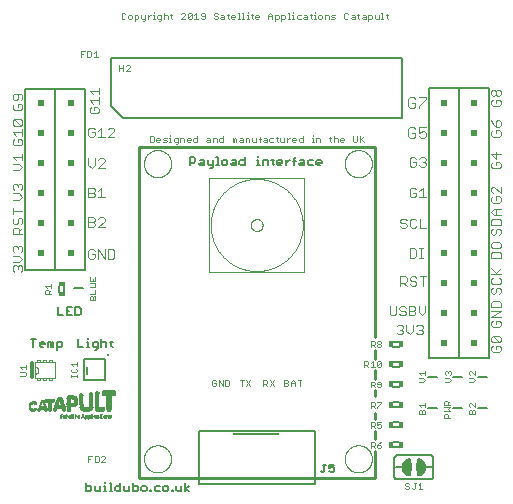
<source format=gto>
G75*
%MOIN*%
%OFA0B0*%
%FSLAX25Y25*%
%IPPOS*%
%LPD*%
%AMOC8*
5,1,8,0,0,1.08239X$1,22.5*
%
%ADD10C,0.01000*%
%ADD11C,0.00394*%
%ADD12C,0.00400*%
%ADD13C,0.00600*%
%ADD14C,0.00500*%
%ADD15C,0.00300*%
%ADD16C,0.01181*%
%ADD17C,0.00800*%
%ADD18R,0.00640X0.00492*%
%ADD19R,0.00640X0.02559*%
%ADD20R,0.00768X0.00768*%
%ADD21R,0.15748X0.01142*%
%ADD22C,0.00000*%
%ADD23R,0.02000X0.02000*%
%ADD24R,0.00142X0.00047*%
%ADD25R,0.00094X0.00047*%
%ADD26R,0.00236X0.00047*%
%ADD27R,0.00189X0.00047*%
%ADD28R,0.00283X0.00047*%
%ADD29R,0.00614X0.00047*%
%ADD30R,0.00378X0.00047*%
%ADD31R,0.00520X0.00047*%
%ADD32R,0.00709X0.00047*%
%ADD33R,0.00425X0.00047*%
%ADD34R,0.00472X0.00047*%
%ADD35R,0.00756X0.00047*%
%ADD36R,0.00803X0.00047*%
%ADD37R,0.00850X0.00047*%
%ADD38R,0.00661X0.00047*%
%ADD39R,0.00331X0.00047*%
%ADD40R,0.01039X0.00047*%
%ADD41R,0.00047X0.00047*%
%ADD42R,0.00992X0.00047*%
%ADD43R,0.00898X0.00047*%
%ADD44R,0.00945X0.00047*%
%ADD45R,0.00567X0.00047*%
%ADD46R,0.01323X0.00047*%
%ADD47R,0.01134X0.00047*%
%ADD48R,0.01701X0.00047*%
%ADD49R,0.02409X0.00047*%
%ADD50R,0.01370X0.00047*%
%ADD51R,0.02031X0.00047*%
%ADD52R,0.02740X0.00047*%
%ADD53R,0.01559X0.00047*%
%ADD54R,0.02268X0.00047*%
%ADD55R,0.02882X0.00047*%
%ADD56R,0.01087X0.00047*%
%ADD57R,0.02457X0.00047*%
%ADD58R,0.02976X0.00047*%
%ADD59R,0.01276X0.00047*%
%ADD60R,0.01843X0.00047*%
%ADD61R,0.01181X0.00047*%
%ADD62R,0.02646X0.00047*%
%ADD63R,0.03071X0.00047*%
%ADD64R,0.01937X0.00047*%
%ADD65R,0.01228X0.00047*%
%ADD66R,0.02787X0.00047*%
%ADD67R,0.03165X0.00047*%
%ADD68R,0.01417X0.00047*%
%ADD69R,0.02079X0.00047*%
%ADD70R,0.03260X0.00047*%
%ADD71R,0.01465X0.00047*%
%ADD72R,0.02173X0.00047*%
%ADD73R,0.02220X0.00047*%
%ADD74R,0.03213X0.00047*%
%ADD75R,0.03307X0.00047*%
%ADD76R,0.02315X0.00047*%
%ADD77R,0.03354X0.00047*%
%ADD78R,0.01606X0.00047*%
%ADD79R,0.03449X0.00047*%
%ADD80R,0.01654X0.00047*%
%ADD81R,0.03543X0.00047*%
%ADD82R,0.03638X0.00047*%
%ADD83R,0.03402X0.00047*%
%ADD84R,0.03685X0.00047*%
%ADD85R,0.02504X0.00047*%
%ADD86R,0.03780X0.00047*%
%ADD87R,0.02551X0.00047*%
%ADD88R,0.03827X0.00047*%
%ADD89R,0.03921X0.00047*%
%ADD90R,0.01748X0.00047*%
%ADD91R,0.03969X0.00047*%
%ADD92R,0.04016X0.00047*%
%ADD93R,0.03118X0.00047*%
%ADD94R,0.04110X0.00047*%
%ADD95R,0.04063X0.00047*%
%ADD96R,0.04205X0.00047*%
%ADD97R,0.03024X0.00047*%
%ADD98R,0.04299X0.00047*%
%ADD99R,0.02929X0.00047*%
%ADD100R,0.01984X0.00047*%
%ADD101R,0.02835X0.00047*%
%ADD102R,0.03732X0.00047*%
%ADD103R,0.02362X0.00047*%
%ADD104R,0.02598X0.00047*%
%ADD105R,0.01512X0.00047*%
%ADD106R,0.03496X0.00047*%
%ADD107R,0.03591X0.00047*%
%ADD108R,0.02693X0.00047*%
%ADD109R,0.02126X0.00047*%
%ADD110R,0.01890X0.00047*%
%ADD111R,0.01795X0.00047*%
%ADD112R,0.04394X0.00047*%
%ADD113R,0.04583X0.00047*%
%ADD114R,0.04630X0.00047*%
%ADD115R,0.04677X0.00047*%
%ADD116R,0.04772X0.00047*%
%ADD117R,0.04866X0.00047*%
%ADD118C,0.00787*%
%ADD119R,0.01181X0.02362*%
%ADD120R,0.02362X0.01181*%
D10*
X0045934Y0009674D02*
X0045934Y0119910D01*
X0124674Y0119910D01*
X0124674Y0099438D01*
X0124674Y0087627D01*
X0124674Y0056524D01*
X0124674Y0052194D02*
X0124674Y0049438D01*
X0124674Y0045501D02*
X0124674Y0042745D01*
X0124674Y0038808D02*
X0124674Y0036839D01*
X0124674Y0031328D02*
X0124674Y0029359D01*
X0124674Y0025422D02*
X0124674Y0022666D01*
X0124674Y0018729D02*
X0124674Y0009674D01*
X0118768Y0009674D01*
X0045934Y0009674D01*
D11*
X0047705Y0015973D02*
X0047707Y0016107D01*
X0047713Y0016241D01*
X0047723Y0016375D01*
X0047737Y0016509D01*
X0047755Y0016642D01*
X0047776Y0016774D01*
X0047802Y0016906D01*
X0047832Y0017037D01*
X0047865Y0017167D01*
X0047902Y0017295D01*
X0047944Y0017423D01*
X0047988Y0017550D01*
X0048037Y0017675D01*
X0048089Y0017798D01*
X0048145Y0017920D01*
X0048205Y0018041D01*
X0048268Y0018159D01*
X0048334Y0018276D01*
X0048404Y0018390D01*
X0048477Y0018503D01*
X0048554Y0018613D01*
X0048634Y0018721D01*
X0048717Y0018826D01*
X0048803Y0018929D01*
X0048892Y0019029D01*
X0048984Y0019127D01*
X0049079Y0019222D01*
X0049177Y0019314D01*
X0049277Y0019403D01*
X0049380Y0019489D01*
X0049485Y0019572D01*
X0049593Y0019652D01*
X0049703Y0019729D01*
X0049816Y0019802D01*
X0049930Y0019872D01*
X0050047Y0019938D01*
X0050165Y0020001D01*
X0050286Y0020061D01*
X0050408Y0020117D01*
X0050531Y0020169D01*
X0050656Y0020218D01*
X0050783Y0020262D01*
X0050911Y0020304D01*
X0051039Y0020341D01*
X0051169Y0020374D01*
X0051300Y0020404D01*
X0051432Y0020430D01*
X0051564Y0020451D01*
X0051697Y0020469D01*
X0051831Y0020483D01*
X0051965Y0020493D01*
X0052099Y0020499D01*
X0052233Y0020501D01*
X0052367Y0020499D01*
X0052501Y0020493D01*
X0052635Y0020483D01*
X0052769Y0020469D01*
X0052902Y0020451D01*
X0053034Y0020430D01*
X0053166Y0020404D01*
X0053297Y0020374D01*
X0053427Y0020341D01*
X0053555Y0020304D01*
X0053683Y0020262D01*
X0053810Y0020218D01*
X0053935Y0020169D01*
X0054058Y0020117D01*
X0054180Y0020061D01*
X0054301Y0020001D01*
X0054419Y0019938D01*
X0054536Y0019872D01*
X0054650Y0019802D01*
X0054763Y0019729D01*
X0054873Y0019652D01*
X0054981Y0019572D01*
X0055086Y0019489D01*
X0055189Y0019403D01*
X0055289Y0019314D01*
X0055387Y0019222D01*
X0055482Y0019127D01*
X0055574Y0019029D01*
X0055663Y0018929D01*
X0055749Y0018826D01*
X0055832Y0018721D01*
X0055912Y0018613D01*
X0055989Y0018503D01*
X0056062Y0018390D01*
X0056132Y0018276D01*
X0056198Y0018159D01*
X0056261Y0018041D01*
X0056321Y0017920D01*
X0056377Y0017798D01*
X0056429Y0017675D01*
X0056478Y0017550D01*
X0056522Y0017423D01*
X0056564Y0017295D01*
X0056601Y0017167D01*
X0056634Y0017037D01*
X0056664Y0016906D01*
X0056690Y0016774D01*
X0056711Y0016642D01*
X0056729Y0016509D01*
X0056743Y0016375D01*
X0056753Y0016241D01*
X0056759Y0016107D01*
X0056761Y0015973D01*
X0056759Y0015839D01*
X0056753Y0015705D01*
X0056743Y0015571D01*
X0056729Y0015437D01*
X0056711Y0015304D01*
X0056690Y0015172D01*
X0056664Y0015040D01*
X0056634Y0014909D01*
X0056601Y0014779D01*
X0056564Y0014651D01*
X0056522Y0014523D01*
X0056478Y0014396D01*
X0056429Y0014271D01*
X0056377Y0014148D01*
X0056321Y0014026D01*
X0056261Y0013905D01*
X0056198Y0013787D01*
X0056132Y0013670D01*
X0056062Y0013556D01*
X0055989Y0013443D01*
X0055912Y0013333D01*
X0055832Y0013225D01*
X0055749Y0013120D01*
X0055663Y0013017D01*
X0055574Y0012917D01*
X0055482Y0012819D01*
X0055387Y0012724D01*
X0055289Y0012632D01*
X0055189Y0012543D01*
X0055086Y0012457D01*
X0054981Y0012374D01*
X0054873Y0012294D01*
X0054763Y0012217D01*
X0054650Y0012144D01*
X0054536Y0012074D01*
X0054419Y0012008D01*
X0054301Y0011945D01*
X0054180Y0011885D01*
X0054058Y0011829D01*
X0053935Y0011777D01*
X0053810Y0011728D01*
X0053683Y0011684D01*
X0053555Y0011642D01*
X0053427Y0011605D01*
X0053297Y0011572D01*
X0053166Y0011542D01*
X0053034Y0011516D01*
X0052902Y0011495D01*
X0052769Y0011477D01*
X0052635Y0011463D01*
X0052501Y0011453D01*
X0052367Y0011447D01*
X0052233Y0011445D01*
X0052099Y0011447D01*
X0051965Y0011453D01*
X0051831Y0011463D01*
X0051697Y0011477D01*
X0051564Y0011495D01*
X0051432Y0011516D01*
X0051300Y0011542D01*
X0051169Y0011572D01*
X0051039Y0011605D01*
X0050911Y0011642D01*
X0050783Y0011684D01*
X0050656Y0011728D01*
X0050531Y0011777D01*
X0050408Y0011829D01*
X0050286Y0011885D01*
X0050165Y0011945D01*
X0050047Y0012008D01*
X0049930Y0012074D01*
X0049816Y0012144D01*
X0049703Y0012217D01*
X0049593Y0012294D01*
X0049485Y0012374D01*
X0049380Y0012457D01*
X0049277Y0012543D01*
X0049177Y0012632D01*
X0049079Y0012724D01*
X0048984Y0012819D01*
X0048892Y0012917D01*
X0048803Y0013017D01*
X0048717Y0013120D01*
X0048634Y0013225D01*
X0048554Y0013333D01*
X0048477Y0013443D01*
X0048404Y0013556D01*
X0048334Y0013670D01*
X0048268Y0013787D01*
X0048205Y0013905D01*
X0048145Y0014026D01*
X0048089Y0014148D01*
X0048037Y0014271D01*
X0047988Y0014396D01*
X0047944Y0014523D01*
X0047902Y0014651D01*
X0047865Y0014779D01*
X0047832Y0014909D01*
X0047802Y0015040D01*
X0047776Y0015172D01*
X0047755Y0015304D01*
X0047737Y0015437D01*
X0047723Y0015571D01*
X0047713Y0015705D01*
X0047707Y0015839D01*
X0047705Y0015973D01*
X0069556Y0078178D02*
X0069556Y0109674D01*
X0101052Y0109674D01*
X0101052Y0078178D01*
X0069556Y0078178D01*
X0069950Y0093926D02*
X0069955Y0094303D01*
X0069968Y0094679D01*
X0069992Y0095056D01*
X0070024Y0095431D01*
X0070065Y0095805D01*
X0070116Y0096179D01*
X0070176Y0096551D01*
X0070245Y0096921D01*
X0070323Y0097290D01*
X0070410Y0097657D01*
X0070506Y0098021D01*
X0070611Y0098383D01*
X0070725Y0098742D01*
X0070848Y0099099D01*
X0070979Y0099452D01*
X0071119Y0099802D01*
X0071267Y0100148D01*
X0071424Y0100491D01*
X0071589Y0100829D01*
X0071763Y0101164D01*
X0071945Y0101494D01*
X0072134Y0101820D01*
X0072332Y0102140D01*
X0072538Y0102456D01*
X0072751Y0102767D01*
X0072972Y0103072D01*
X0073200Y0103372D01*
X0073435Y0103666D01*
X0073678Y0103955D01*
X0073927Y0104237D01*
X0074184Y0104513D01*
X0074447Y0104783D01*
X0074717Y0105046D01*
X0074993Y0105303D01*
X0075275Y0105552D01*
X0075564Y0105795D01*
X0075858Y0106030D01*
X0076158Y0106258D01*
X0076463Y0106479D01*
X0076774Y0106692D01*
X0077090Y0106898D01*
X0077410Y0107096D01*
X0077736Y0107285D01*
X0078066Y0107467D01*
X0078401Y0107641D01*
X0078739Y0107806D01*
X0079082Y0107963D01*
X0079428Y0108111D01*
X0079778Y0108251D01*
X0080131Y0108382D01*
X0080488Y0108505D01*
X0080847Y0108619D01*
X0081209Y0108724D01*
X0081573Y0108820D01*
X0081940Y0108907D01*
X0082309Y0108985D01*
X0082679Y0109054D01*
X0083051Y0109114D01*
X0083425Y0109165D01*
X0083799Y0109206D01*
X0084174Y0109238D01*
X0084551Y0109262D01*
X0084927Y0109275D01*
X0085304Y0109280D01*
X0085681Y0109275D01*
X0086057Y0109262D01*
X0086434Y0109238D01*
X0086809Y0109206D01*
X0087183Y0109165D01*
X0087557Y0109114D01*
X0087929Y0109054D01*
X0088299Y0108985D01*
X0088668Y0108907D01*
X0089035Y0108820D01*
X0089399Y0108724D01*
X0089761Y0108619D01*
X0090120Y0108505D01*
X0090477Y0108382D01*
X0090830Y0108251D01*
X0091180Y0108111D01*
X0091526Y0107963D01*
X0091869Y0107806D01*
X0092207Y0107641D01*
X0092542Y0107467D01*
X0092872Y0107285D01*
X0093198Y0107096D01*
X0093518Y0106898D01*
X0093834Y0106692D01*
X0094145Y0106479D01*
X0094450Y0106258D01*
X0094750Y0106030D01*
X0095044Y0105795D01*
X0095333Y0105552D01*
X0095615Y0105303D01*
X0095891Y0105046D01*
X0096161Y0104783D01*
X0096424Y0104513D01*
X0096681Y0104237D01*
X0096930Y0103955D01*
X0097173Y0103666D01*
X0097408Y0103372D01*
X0097636Y0103072D01*
X0097857Y0102767D01*
X0098070Y0102456D01*
X0098276Y0102140D01*
X0098474Y0101820D01*
X0098663Y0101494D01*
X0098845Y0101164D01*
X0099019Y0100829D01*
X0099184Y0100491D01*
X0099341Y0100148D01*
X0099489Y0099802D01*
X0099629Y0099452D01*
X0099760Y0099099D01*
X0099883Y0098742D01*
X0099997Y0098383D01*
X0100102Y0098021D01*
X0100198Y0097657D01*
X0100285Y0097290D01*
X0100363Y0096921D01*
X0100432Y0096551D01*
X0100492Y0096179D01*
X0100543Y0095805D01*
X0100584Y0095431D01*
X0100616Y0095056D01*
X0100640Y0094679D01*
X0100653Y0094303D01*
X0100658Y0093926D01*
X0100653Y0093549D01*
X0100640Y0093173D01*
X0100616Y0092796D01*
X0100584Y0092421D01*
X0100543Y0092047D01*
X0100492Y0091673D01*
X0100432Y0091301D01*
X0100363Y0090931D01*
X0100285Y0090562D01*
X0100198Y0090195D01*
X0100102Y0089831D01*
X0099997Y0089469D01*
X0099883Y0089110D01*
X0099760Y0088753D01*
X0099629Y0088400D01*
X0099489Y0088050D01*
X0099341Y0087704D01*
X0099184Y0087361D01*
X0099019Y0087023D01*
X0098845Y0086688D01*
X0098663Y0086358D01*
X0098474Y0086032D01*
X0098276Y0085712D01*
X0098070Y0085396D01*
X0097857Y0085085D01*
X0097636Y0084780D01*
X0097408Y0084480D01*
X0097173Y0084186D01*
X0096930Y0083897D01*
X0096681Y0083615D01*
X0096424Y0083339D01*
X0096161Y0083069D01*
X0095891Y0082806D01*
X0095615Y0082549D01*
X0095333Y0082300D01*
X0095044Y0082057D01*
X0094750Y0081822D01*
X0094450Y0081594D01*
X0094145Y0081373D01*
X0093834Y0081160D01*
X0093518Y0080954D01*
X0093198Y0080756D01*
X0092872Y0080567D01*
X0092542Y0080385D01*
X0092207Y0080211D01*
X0091869Y0080046D01*
X0091526Y0079889D01*
X0091180Y0079741D01*
X0090830Y0079601D01*
X0090477Y0079470D01*
X0090120Y0079347D01*
X0089761Y0079233D01*
X0089399Y0079128D01*
X0089035Y0079032D01*
X0088668Y0078945D01*
X0088299Y0078867D01*
X0087929Y0078798D01*
X0087557Y0078738D01*
X0087183Y0078687D01*
X0086809Y0078646D01*
X0086434Y0078614D01*
X0086057Y0078590D01*
X0085681Y0078577D01*
X0085304Y0078572D01*
X0084927Y0078577D01*
X0084551Y0078590D01*
X0084174Y0078614D01*
X0083799Y0078646D01*
X0083425Y0078687D01*
X0083051Y0078738D01*
X0082679Y0078798D01*
X0082309Y0078867D01*
X0081940Y0078945D01*
X0081573Y0079032D01*
X0081209Y0079128D01*
X0080847Y0079233D01*
X0080488Y0079347D01*
X0080131Y0079470D01*
X0079778Y0079601D01*
X0079428Y0079741D01*
X0079082Y0079889D01*
X0078739Y0080046D01*
X0078401Y0080211D01*
X0078066Y0080385D01*
X0077736Y0080567D01*
X0077410Y0080756D01*
X0077090Y0080954D01*
X0076774Y0081160D01*
X0076463Y0081373D01*
X0076158Y0081594D01*
X0075858Y0081822D01*
X0075564Y0082057D01*
X0075275Y0082300D01*
X0074993Y0082549D01*
X0074717Y0082806D01*
X0074447Y0083069D01*
X0074184Y0083339D01*
X0073927Y0083615D01*
X0073678Y0083897D01*
X0073435Y0084186D01*
X0073200Y0084480D01*
X0072972Y0084780D01*
X0072751Y0085085D01*
X0072538Y0085396D01*
X0072332Y0085712D01*
X0072134Y0086032D01*
X0071945Y0086358D01*
X0071763Y0086688D01*
X0071589Y0087023D01*
X0071424Y0087361D01*
X0071267Y0087704D01*
X0071119Y0088050D01*
X0070979Y0088400D01*
X0070848Y0088753D01*
X0070725Y0089110D01*
X0070611Y0089469D01*
X0070506Y0089831D01*
X0070410Y0090195D01*
X0070323Y0090562D01*
X0070245Y0090931D01*
X0070176Y0091301D01*
X0070116Y0091673D01*
X0070065Y0092047D01*
X0070024Y0092421D01*
X0069992Y0092796D01*
X0069968Y0093173D01*
X0069955Y0093549D01*
X0069950Y0093926D01*
X0083335Y0093926D02*
X0083337Y0094014D01*
X0083343Y0094102D01*
X0083353Y0094190D01*
X0083367Y0094278D01*
X0083384Y0094364D01*
X0083406Y0094450D01*
X0083431Y0094534D01*
X0083461Y0094618D01*
X0083493Y0094700D01*
X0083530Y0094780D01*
X0083570Y0094859D01*
X0083614Y0094936D01*
X0083661Y0095011D01*
X0083711Y0095083D01*
X0083765Y0095154D01*
X0083821Y0095221D01*
X0083881Y0095287D01*
X0083943Y0095349D01*
X0084009Y0095409D01*
X0084076Y0095465D01*
X0084147Y0095519D01*
X0084219Y0095569D01*
X0084294Y0095616D01*
X0084371Y0095660D01*
X0084450Y0095700D01*
X0084530Y0095737D01*
X0084612Y0095769D01*
X0084696Y0095799D01*
X0084780Y0095824D01*
X0084866Y0095846D01*
X0084952Y0095863D01*
X0085040Y0095877D01*
X0085128Y0095887D01*
X0085216Y0095893D01*
X0085304Y0095895D01*
X0085392Y0095893D01*
X0085480Y0095887D01*
X0085568Y0095877D01*
X0085656Y0095863D01*
X0085742Y0095846D01*
X0085828Y0095824D01*
X0085912Y0095799D01*
X0085996Y0095769D01*
X0086078Y0095737D01*
X0086158Y0095700D01*
X0086237Y0095660D01*
X0086314Y0095616D01*
X0086389Y0095569D01*
X0086461Y0095519D01*
X0086532Y0095465D01*
X0086599Y0095409D01*
X0086665Y0095349D01*
X0086727Y0095287D01*
X0086787Y0095221D01*
X0086843Y0095154D01*
X0086897Y0095083D01*
X0086947Y0095011D01*
X0086994Y0094936D01*
X0087038Y0094859D01*
X0087078Y0094780D01*
X0087115Y0094700D01*
X0087147Y0094618D01*
X0087177Y0094534D01*
X0087202Y0094450D01*
X0087224Y0094364D01*
X0087241Y0094278D01*
X0087255Y0094190D01*
X0087265Y0094102D01*
X0087271Y0094014D01*
X0087273Y0093926D01*
X0087271Y0093838D01*
X0087265Y0093750D01*
X0087255Y0093662D01*
X0087241Y0093574D01*
X0087224Y0093488D01*
X0087202Y0093402D01*
X0087177Y0093318D01*
X0087147Y0093234D01*
X0087115Y0093152D01*
X0087078Y0093072D01*
X0087038Y0092993D01*
X0086994Y0092916D01*
X0086947Y0092841D01*
X0086897Y0092769D01*
X0086843Y0092698D01*
X0086787Y0092631D01*
X0086727Y0092565D01*
X0086665Y0092503D01*
X0086599Y0092443D01*
X0086532Y0092387D01*
X0086461Y0092333D01*
X0086389Y0092283D01*
X0086314Y0092236D01*
X0086237Y0092192D01*
X0086158Y0092152D01*
X0086078Y0092115D01*
X0085996Y0092083D01*
X0085912Y0092053D01*
X0085828Y0092028D01*
X0085742Y0092006D01*
X0085656Y0091989D01*
X0085568Y0091975D01*
X0085480Y0091965D01*
X0085392Y0091959D01*
X0085304Y0091957D01*
X0085216Y0091959D01*
X0085128Y0091965D01*
X0085040Y0091975D01*
X0084952Y0091989D01*
X0084866Y0092006D01*
X0084780Y0092028D01*
X0084696Y0092053D01*
X0084612Y0092083D01*
X0084530Y0092115D01*
X0084450Y0092152D01*
X0084371Y0092192D01*
X0084294Y0092236D01*
X0084219Y0092283D01*
X0084147Y0092333D01*
X0084076Y0092387D01*
X0084009Y0092443D01*
X0083943Y0092503D01*
X0083881Y0092565D01*
X0083821Y0092631D01*
X0083765Y0092698D01*
X0083711Y0092769D01*
X0083661Y0092841D01*
X0083614Y0092916D01*
X0083570Y0092993D01*
X0083530Y0093072D01*
X0083493Y0093152D01*
X0083461Y0093234D01*
X0083431Y0093318D01*
X0083406Y0093402D01*
X0083384Y0093488D01*
X0083367Y0093574D01*
X0083353Y0093662D01*
X0083343Y0093750D01*
X0083337Y0093838D01*
X0083335Y0093926D01*
X0047705Y0114398D02*
X0047707Y0114532D01*
X0047713Y0114666D01*
X0047723Y0114800D01*
X0047737Y0114934D01*
X0047755Y0115067D01*
X0047776Y0115199D01*
X0047802Y0115331D01*
X0047832Y0115462D01*
X0047865Y0115592D01*
X0047902Y0115720D01*
X0047944Y0115848D01*
X0047988Y0115975D01*
X0048037Y0116100D01*
X0048089Y0116223D01*
X0048145Y0116345D01*
X0048205Y0116466D01*
X0048268Y0116584D01*
X0048334Y0116701D01*
X0048404Y0116815D01*
X0048477Y0116928D01*
X0048554Y0117038D01*
X0048634Y0117146D01*
X0048717Y0117251D01*
X0048803Y0117354D01*
X0048892Y0117454D01*
X0048984Y0117552D01*
X0049079Y0117647D01*
X0049177Y0117739D01*
X0049277Y0117828D01*
X0049380Y0117914D01*
X0049485Y0117997D01*
X0049593Y0118077D01*
X0049703Y0118154D01*
X0049816Y0118227D01*
X0049930Y0118297D01*
X0050047Y0118363D01*
X0050165Y0118426D01*
X0050286Y0118486D01*
X0050408Y0118542D01*
X0050531Y0118594D01*
X0050656Y0118643D01*
X0050783Y0118687D01*
X0050911Y0118729D01*
X0051039Y0118766D01*
X0051169Y0118799D01*
X0051300Y0118829D01*
X0051432Y0118855D01*
X0051564Y0118876D01*
X0051697Y0118894D01*
X0051831Y0118908D01*
X0051965Y0118918D01*
X0052099Y0118924D01*
X0052233Y0118926D01*
X0052367Y0118924D01*
X0052501Y0118918D01*
X0052635Y0118908D01*
X0052769Y0118894D01*
X0052902Y0118876D01*
X0053034Y0118855D01*
X0053166Y0118829D01*
X0053297Y0118799D01*
X0053427Y0118766D01*
X0053555Y0118729D01*
X0053683Y0118687D01*
X0053810Y0118643D01*
X0053935Y0118594D01*
X0054058Y0118542D01*
X0054180Y0118486D01*
X0054301Y0118426D01*
X0054419Y0118363D01*
X0054536Y0118297D01*
X0054650Y0118227D01*
X0054763Y0118154D01*
X0054873Y0118077D01*
X0054981Y0117997D01*
X0055086Y0117914D01*
X0055189Y0117828D01*
X0055289Y0117739D01*
X0055387Y0117647D01*
X0055482Y0117552D01*
X0055574Y0117454D01*
X0055663Y0117354D01*
X0055749Y0117251D01*
X0055832Y0117146D01*
X0055912Y0117038D01*
X0055989Y0116928D01*
X0056062Y0116815D01*
X0056132Y0116701D01*
X0056198Y0116584D01*
X0056261Y0116466D01*
X0056321Y0116345D01*
X0056377Y0116223D01*
X0056429Y0116100D01*
X0056478Y0115975D01*
X0056522Y0115848D01*
X0056564Y0115720D01*
X0056601Y0115592D01*
X0056634Y0115462D01*
X0056664Y0115331D01*
X0056690Y0115199D01*
X0056711Y0115067D01*
X0056729Y0114934D01*
X0056743Y0114800D01*
X0056753Y0114666D01*
X0056759Y0114532D01*
X0056761Y0114398D01*
X0056759Y0114264D01*
X0056753Y0114130D01*
X0056743Y0113996D01*
X0056729Y0113862D01*
X0056711Y0113729D01*
X0056690Y0113597D01*
X0056664Y0113465D01*
X0056634Y0113334D01*
X0056601Y0113204D01*
X0056564Y0113076D01*
X0056522Y0112948D01*
X0056478Y0112821D01*
X0056429Y0112696D01*
X0056377Y0112573D01*
X0056321Y0112451D01*
X0056261Y0112330D01*
X0056198Y0112212D01*
X0056132Y0112095D01*
X0056062Y0111981D01*
X0055989Y0111868D01*
X0055912Y0111758D01*
X0055832Y0111650D01*
X0055749Y0111545D01*
X0055663Y0111442D01*
X0055574Y0111342D01*
X0055482Y0111244D01*
X0055387Y0111149D01*
X0055289Y0111057D01*
X0055189Y0110968D01*
X0055086Y0110882D01*
X0054981Y0110799D01*
X0054873Y0110719D01*
X0054763Y0110642D01*
X0054650Y0110569D01*
X0054536Y0110499D01*
X0054419Y0110433D01*
X0054301Y0110370D01*
X0054180Y0110310D01*
X0054058Y0110254D01*
X0053935Y0110202D01*
X0053810Y0110153D01*
X0053683Y0110109D01*
X0053555Y0110067D01*
X0053427Y0110030D01*
X0053297Y0109997D01*
X0053166Y0109967D01*
X0053034Y0109941D01*
X0052902Y0109920D01*
X0052769Y0109902D01*
X0052635Y0109888D01*
X0052501Y0109878D01*
X0052367Y0109872D01*
X0052233Y0109870D01*
X0052099Y0109872D01*
X0051965Y0109878D01*
X0051831Y0109888D01*
X0051697Y0109902D01*
X0051564Y0109920D01*
X0051432Y0109941D01*
X0051300Y0109967D01*
X0051169Y0109997D01*
X0051039Y0110030D01*
X0050911Y0110067D01*
X0050783Y0110109D01*
X0050656Y0110153D01*
X0050531Y0110202D01*
X0050408Y0110254D01*
X0050286Y0110310D01*
X0050165Y0110370D01*
X0050047Y0110433D01*
X0049930Y0110499D01*
X0049816Y0110569D01*
X0049703Y0110642D01*
X0049593Y0110719D01*
X0049485Y0110799D01*
X0049380Y0110882D01*
X0049277Y0110968D01*
X0049177Y0111057D01*
X0049079Y0111149D01*
X0048984Y0111244D01*
X0048892Y0111342D01*
X0048803Y0111442D01*
X0048717Y0111545D01*
X0048634Y0111650D01*
X0048554Y0111758D01*
X0048477Y0111868D01*
X0048404Y0111981D01*
X0048334Y0112095D01*
X0048268Y0112212D01*
X0048205Y0112330D01*
X0048145Y0112451D01*
X0048089Y0112573D01*
X0048037Y0112696D01*
X0047988Y0112821D01*
X0047944Y0112948D01*
X0047902Y0113076D01*
X0047865Y0113204D01*
X0047832Y0113334D01*
X0047802Y0113465D01*
X0047776Y0113597D01*
X0047755Y0113729D01*
X0047737Y0113862D01*
X0047723Y0113996D01*
X0047713Y0114130D01*
X0047707Y0114264D01*
X0047705Y0114398D01*
X0114634Y0114398D02*
X0114636Y0114532D01*
X0114642Y0114666D01*
X0114652Y0114800D01*
X0114666Y0114934D01*
X0114684Y0115067D01*
X0114705Y0115199D01*
X0114731Y0115331D01*
X0114761Y0115462D01*
X0114794Y0115592D01*
X0114831Y0115720D01*
X0114873Y0115848D01*
X0114917Y0115975D01*
X0114966Y0116100D01*
X0115018Y0116223D01*
X0115074Y0116345D01*
X0115134Y0116466D01*
X0115197Y0116584D01*
X0115263Y0116701D01*
X0115333Y0116815D01*
X0115406Y0116928D01*
X0115483Y0117038D01*
X0115563Y0117146D01*
X0115646Y0117251D01*
X0115732Y0117354D01*
X0115821Y0117454D01*
X0115913Y0117552D01*
X0116008Y0117647D01*
X0116106Y0117739D01*
X0116206Y0117828D01*
X0116309Y0117914D01*
X0116414Y0117997D01*
X0116522Y0118077D01*
X0116632Y0118154D01*
X0116745Y0118227D01*
X0116859Y0118297D01*
X0116976Y0118363D01*
X0117094Y0118426D01*
X0117215Y0118486D01*
X0117337Y0118542D01*
X0117460Y0118594D01*
X0117585Y0118643D01*
X0117712Y0118687D01*
X0117840Y0118729D01*
X0117968Y0118766D01*
X0118098Y0118799D01*
X0118229Y0118829D01*
X0118361Y0118855D01*
X0118493Y0118876D01*
X0118626Y0118894D01*
X0118760Y0118908D01*
X0118894Y0118918D01*
X0119028Y0118924D01*
X0119162Y0118926D01*
X0119296Y0118924D01*
X0119430Y0118918D01*
X0119564Y0118908D01*
X0119698Y0118894D01*
X0119831Y0118876D01*
X0119963Y0118855D01*
X0120095Y0118829D01*
X0120226Y0118799D01*
X0120356Y0118766D01*
X0120484Y0118729D01*
X0120612Y0118687D01*
X0120739Y0118643D01*
X0120864Y0118594D01*
X0120987Y0118542D01*
X0121109Y0118486D01*
X0121230Y0118426D01*
X0121348Y0118363D01*
X0121465Y0118297D01*
X0121579Y0118227D01*
X0121692Y0118154D01*
X0121802Y0118077D01*
X0121910Y0117997D01*
X0122015Y0117914D01*
X0122118Y0117828D01*
X0122218Y0117739D01*
X0122316Y0117647D01*
X0122411Y0117552D01*
X0122503Y0117454D01*
X0122592Y0117354D01*
X0122678Y0117251D01*
X0122761Y0117146D01*
X0122841Y0117038D01*
X0122918Y0116928D01*
X0122991Y0116815D01*
X0123061Y0116701D01*
X0123127Y0116584D01*
X0123190Y0116466D01*
X0123250Y0116345D01*
X0123306Y0116223D01*
X0123358Y0116100D01*
X0123407Y0115975D01*
X0123451Y0115848D01*
X0123493Y0115720D01*
X0123530Y0115592D01*
X0123563Y0115462D01*
X0123593Y0115331D01*
X0123619Y0115199D01*
X0123640Y0115067D01*
X0123658Y0114934D01*
X0123672Y0114800D01*
X0123682Y0114666D01*
X0123688Y0114532D01*
X0123690Y0114398D01*
X0123688Y0114264D01*
X0123682Y0114130D01*
X0123672Y0113996D01*
X0123658Y0113862D01*
X0123640Y0113729D01*
X0123619Y0113597D01*
X0123593Y0113465D01*
X0123563Y0113334D01*
X0123530Y0113204D01*
X0123493Y0113076D01*
X0123451Y0112948D01*
X0123407Y0112821D01*
X0123358Y0112696D01*
X0123306Y0112573D01*
X0123250Y0112451D01*
X0123190Y0112330D01*
X0123127Y0112212D01*
X0123061Y0112095D01*
X0122991Y0111981D01*
X0122918Y0111868D01*
X0122841Y0111758D01*
X0122761Y0111650D01*
X0122678Y0111545D01*
X0122592Y0111442D01*
X0122503Y0111342D01*
X0122411Y0111244D01*
X0122316Y0111149D01*
X0122218Y0111057D01*
X0122118Y0110968D01*
X0122015Y0110882D01*
X0121910Y0110799D01*
X0121802Y0110719D01*
X0121692Y0110642D01*
X0121579Y0110569D01*
X0121465Y0110499D01*
X0121348Y0110433D01*
X0121230Y0110370D01*
X0121109Y0110310D01*
X0120987Y0110254D01*
X0120864Y0110202D01*
X0120739Y0110153D01*
X0120612Y0110109D01*
X0120484Y0110067D01*
X0120356Y0110030D01*
X0120226Y0109997D01*
X0120095Y0109967D01*
X0119963Y0109941D01*
X0119831Y0109920D01*
X0119698Y0109902D01*
X0119564Y0109888D01*
X0119430Y0109878D01*
X0119296Y0109872D01*
X0119162Y0109870D01*
X0119028Y0109872D01*
X0118894Y0109878D01*
X0118760Y0109888D01*
X0118626Y0109902D01*
X0118493Y0109920D01*
X0118361Y0109941D01*
X0118229Y0109967D01*
X0118098Y0109997D01*
X0117968Y0110030D01*
X0117840Y0110067D01*
X0117712Y0110109D01*
X0117585Y0110153D01*
X0117460Y0110202D01*
X0117337Y0110254D01*
X0117215Y0110310D01*
X0117094Y0110370D01*
X0116976Y0110433D01*
X0116859Y0110499D01*
X0116745Y0110569D01*
X0116632Y0110642D01*
X0116522Y0110719D01*
X0116414Y0110799D01*
X0116309Y0110882D01*
X0116206Y0110968D01*
X0116106Y0111057D01*
X0116008Y0111149D01*
X0115913Y0111244D01*
X0115821Y0111342D01*
X0115732Y0111442D01*
X0115646Y0111545D01*
X0115563Y0111650D01*
X0115483Y0111758D01*
X0115406Y0111868D01*
X0115333Y0111981D01*
X0115263Y0112095D01*
X0115197Y0112212D01*
X0115134Y0112330D01*
X0115074Y0112451D01*
X0115018Y0112573D01*
X0114966Y0112696D01*
X0114917Y0112821D01*
X0114873Y0112948D01*
X0114831Y0113076D01*
X0114794Y0113204D01*
X0114761Y0113334D01*
X0114731Y0113465D01*
X0114705Y0113597D01*
X0114684Y0113729D01*
X0114666Y0113862D01*
X0114652Y0113996D01*
X0114642Y0114130D01*
X0114636Y0114264D01*
X0114634Y0114398D01*
X0114634Y0015973D02*
X0114636Y0016107D01*
X0114642Y0016241D01*
X0114652Y0016375D01*
X0114666Y0016509D01*
X0114684Y0016642D01*
X0114705Y0016774D01*
X0114731Y0016906D01*
X0114761Y0017037D01*
X0114794Y0017167D01*
X0114831Y0017295D01*
X0114873Y0017423D01*
X0114917Y0017550D01*
X0114966Y0017675D01*
X0115018Y0017798D01*
X0115074Y0017920D01*
X0115134Y0018041D01*
X0115197Y0018159D01*
X0115263Y0018276D01*
X0115333Y0018390D01*
X0115406Y0018503D01*
X0115483Y0018613D01*
X0115563Y0018721D01*
X0115646Y0018826D01*
X0115732Y0018929D01*
X0115821Y0019029D01*
X0115913Y0019127D01*
X0116008Y0019222D01*
X0116106Y0019314D01*
X0116206Y0019403D01*
X0116309Y0019489D01*
X0116414Y0019572D01*
X0116522Y0019652D01*
X0116632Y0019729D01*
X0116745Y0019802D01*
X0116859Y0019872D01*
X0116976Y0019938D01*
X0117094Y0020001D01*
X0117215Y0020061D01*
X0117337Y0020117D01*
X0117460Y0020169D01*
X0117585Y0020218D01*
X0117712Y0020262D01*
X0117840Y0020304D01*
X0117968Y0020341D01*
X0118098Y0020374D01*
X0118229Y0020404D01*
X0118361Y0020430D01*
X0118493Y0020451D01*
X0118626Y0020469D01*
X0118760Y0020483D01*
X0118894Y0020493D01*
X0119028Y0020499D01*
X0119162Y0020501D01*
X0119296Y0020499D01*
X0119430Y0020493D01*
X0119564Y0020483D01*
X0119698Y0020469D01*
X0119831Y0020451D01*
X0119963Y0020430D01*
X0120095Y0020404D01*
X0120226Y0020374D01*
X0120356Y0020341D01*
X0120484Y0020304D01*
X0120612Y0020262D01*
X0120739Y0020218D01*
X0120864Y0020169D01*
X0120987Y0020117D01*
X0121109Y0020061D01*
X0121230Y0020001D01*
X0121348Y0019938D01*
X0121465Y0019872D01*
X0121579Y0019802D01*
X0121692Y0019729D01*
X0121802Y0019652D01*
X0121910Y0019572D01*
X0122015Y0019489D01*
X0122118Y0019403D01*
X0122218Y0019314D01*
X0122316Y0019222D01*
X0122411Y0019127D01*
X0122503Y0019029D01*
X0122592Y0018929D01*
X0122678Y0018826D01*
X0122761Y0018721D01*
X0122841Y0018613D01*
X0122918Y0018503D01*
X0122991Y0018390D01*
X0123061Y0018276D01*
X0123127Y0018159D01*
X0123190Y0018041D01*
X0123250Y0017920D01*
X0123306Y0017798D01*
X0123358Y0017675D01*
X0123407Y0017550D01*
X0123451Y0017423D01*
X0123493Y0017295D01*
X0123530Y0017167D01*
X0123563Y0017037D01*
X0123593Y0016906D01*
X0123619Y0016774D01*
X0123640Y0016642D01*
X0123658Y0016509D01*
X0123672Y0016375D01*
X0123682Y0016241D01*
X0123688Y0016107D01*
X0123690Y0015973D01*
X0123688Y0015839D01*
X0123682Y0015705D01*
X0123672Y0015571D01*
X0123658Y0015437D01*
X0123640Y0015304D01*
X0123619Y0015172D01*
X0123593Y0015040D01*
X0123563Y0014909D01*
X0123530Y0014779D01*
X0123493Y0014651D01*
X0123451Y0014523D01*
X0123407Y0014396D01*
X0123358Y0014271D01*
X0123306Y0014148D01*
X0123250Y0014026D01*
X0123190Y0013905D01*
X0123127Y0013787D01*
X0123061Y0013670D01*
X0122991Y0013556D01*
X0122918Y0013443D01*
X0122841Y0013333D01*
X0122761Y0013225D01*
X0122678Y0013120D01*
X0122592Y0013017D01*
X0122503Y0012917D01*
X0122411Y0012819D01*
X0122316Y0012724D01*
X0122218Y0012632D01*
X0122118Y0012543D01*
X0122015Y0012457D01*
X0121910Y0012374D01*
X0121802Y0012294D01*
X0121692Y0012217D01*
X0121579Y0012144D01*
X0121465Y0012074D01*
X0121348Y0012008D01*
X0121230Y0011945D01*
X0121109Y0011885D01*
X0120987Y0011829D01*
X0120864Y0011777D01*
X0120739Y0011728D01*
X0120612Y0011684D01*
X0120484Y0011642D01*
X0120356Y0011605D01*
X0120226Y0011572D01*
X0120095Y0011542D01*
X0119963Y0011516D01*
X0119831Y0011495D01*
X0119698Y0011477D01*
X0119564Y0011463D01*
X0119430Y0011453D01*
X0119296Y0011447D01*
X0119162Y0011445D01*
X0119028Y0011447D01*
X0118894Y0011453D01*
X0118760Y0011463D01*
X0118626Y0011477D01*
X0118493Y0011495D01*
X0118361Y0011516D01*
X0118229Y0011542D01*
X0118098Y0011572D01*
X0117968Y0011605D01*
X0117840Y0011642D01*
X0117712Y0011684D01*
X0117585Y0011728D01*
X0117460Y0011777D01*
X0117337Y0011829D01*
X0117215Y0011885D01*
X0117094Y0011945D01*
X0116976Y0012008D01*
X0116859Y0012074D01*
X0116745Y0012144D01*
X0116632Y0012217D01*
X0116522Y0012294D01*
X0116414Y0012374D01*
X0116309Y0012457D01*
X0116206Y0012543D01*
X0116106Y0012632D01*
X0116008Y0012724D01*
X0115913Y0012819D01*
X0115821Y0012917D01*
X0115732Y0013017D01*
X0115646Y0013120D01*
X0115563Y0013225D01*
X0115483Y0013333D01*
X0115406Y0013443D01*
X0115333Y0013556D01*
X0115263Y0013670D01*
X0115197Y0013787D01*
X0115134Y0013905D01*
X0115074Y0014026D01*
X0115018Y0014148D01*
X0114966Y0014271D01*
X0114917Y0014396D01*
X0114873Y0014523D01*
X0114831Y0014651D01*
X0114794Y0014779D01*
X0114761Y0014909D01*
X0114731Y0015040D01*
X0114705Y0015172D01*
X0114684Y0015304D01*
X0114666Y0015437D01*
X0114652Y0015571D01*
X0114642Y0015705D01*
X0114636Y0015839D01*
X0114634Y0015973D01*
D12*
X0123279Y0019717D02*
X0123279Y0021680D01*
X0124261Y0021680D01*
X0124589Y0021353D01*
X0124589Y0020698D01*
X0124261Y0020371D01*
X0123279Y0020371D01*
X0123934Y0020371D02*
X0124589Y0019717D01*
X0125455Y0020044D02*
X0125782Y0019717D01*
X0126437Y0019717D01*
X0126764Y0020044D01*
X0126764Y0020371D01*
X0126437Y0020698D01*
X0125455Y0020698D01*
X0125455Y0020044D01*
X0125455Y0020698D02*
X0126109Y0021353D01*
X0126764Y0021680D01*
X0126437Y0026409D02*
X0125782Y0026409D01*
X0125455Y0026737D01*
X0125455Y0027391D02*
X0126109Y0027719D01*
X0126437Y0027719D01*
X0126764Y0027391D01*
X0126764Y0026737D01*
X0126437Y0026409D01*
X0125455Y0027391D02*
X0125455Y0028373D01*
X0126764Y0028373D01*
X0124589Y0028046D02*
X0124589Y0027391D01*
X0124261Y0027064D01*
X0123279Y0027064D01*
X0123279Y0026409D02*
X0123279Y0028373D01*
X0124261Y0028373D01*
X0124589Y0028046D01*
X0123934Y0027064D02*
X0124589Y0026409D01*
X0124589Y0033102D02*
X0123934Y0033757D01*
X0124261Y0033757D02*
X0123279Y0033757D01*
X0123279Y0033102D02*
X0123279Y0035066D01*
X0124261Y0035066D01*
X0124589Y0034739D01*
X0124589Y0034084D01*
X0124261Y0033757D01*
X0125455Y0033430D02*
X0125455Y0033102D01*
X0125455Y0033430D02*
X0126764Y0034739D01*
X0126764Y0035066D01*
X0125455Y0035066D01*
X0125782Y0039795D02*
X0125455Y0040123D01*
X0125782Y0039795D02*
X0126437Y0039795D01*
X0126764Y0040123D01*
X0126764Y0041432D01*
X0126437Y0041759D01*
X0125782Y0041759D01*
X0125455Y0041432D01*
X0125455Y0041105D01*
X0125782Y0040777D01*
X0126764Y0040777D01*
X0124589Y0040777D02*
X0124261Y0040450D01*
X0123279Y0040450D01*
X0123279Y0039795D02*
X0123279Y0041759D01*
X0124261Y0041759D01*
X0124589Y0041432D01*
X0124589Y0040777D01*
X0123934Y0040450D02*
X0124589Y0039795D01*
X0124589Y0046488D02*
X0123279Y0046488D01*
X0123934Y0046488D02*
X0123934Y0048452D01*
X0123279Y0047797D01*
X0122414Y0047470D02*
X0122086Y0047143D01*
X0121104Y0047143D01*
X0121104Y0046488D02*
X0121104Y0048452D01*
X0122086Y0048452D01*
X0122414Y0048125D01*
X0122414Y0047470D01*
X0121759Y0047143D02*
X0122414Y0046488D01*
X0125455Y0046816D02*
X0125455Y0048125D01*
X0125782Y0048452D01*
X0126437Y0048452D01*
X0126764Y0048125D01*
X0125455Y0046816D01*
X0125782Y0046488D01*
X0126437Y0046488D01*
X0126764Y0046816D01*
X0126764Y0048125D01*
X0126437Y0053181D02*
X0125782Y0053181D01*
X0125455Y0053508D01*
X0125455Y0053836D01*
X0125782Y0054163D01*
X0126437Y0054163D01*
X0126764Y0053836D01*
X0126764Y0053508D01*
X0126437Y0053181D01*
X0126437Y0054163D02*
X0126764Y0054490D01*
X0126764Y0054818D01*
X0126437Y0055145D01*
X0125782Y0055145D01*
X0125455Y0054818D01*
X0125455Y0054490D01*
X0125782Y0054163D01*
X0124589Y0054163D02*
X0124261Y0053836D01*
X0123279Y0053836D01*
X0123279Y0053181D02*
X0123279Y0055145D01*
X0124261Y0055145D01*
X0124589Y0054818D01*
X0124589Y0054163D01*
X0123934Y0053836D02*
X0124589Y0053181D01*
X0131960Y0058036D02*
X0132485Y0057512D01*
X0133533Y0057512D01*
X0134058Y0058036D01*
X0134058Y0058560D01*
X0133533Y0059085D01*
X0133009Y0059085D01*
X0133533Y0059085D02*
X0134058Y0059609D01*
X0134058Y0060133D01*
X0133533Y0060658D01*
X0132485Y0060658D01*
X0131960Y0060133D01*
X0135223Y0060658D02*
X0135223Y0058560D01*
X0136272Y0057512D01*
X0137320Y0058560D01*
X0137320Y0060658D01*
X0138486Y0060133D02*
X0139010Y0060658D01*
X0140059Y0060658D01*
X0140583Y0060133D01*
X0140583Y0059609D01*
X0140059Y0059085D01*
X0140583Y0058560D01*
X0140583Y0058036D01*
X0140059Y0057512D01*
X0139010Y0057512D01*
X0138486Y0058036D01*
X0139534Y0059085D02*
X0140059Y0059085D01*
X0140435Y0063811D02*
X0141483Y0064860D01*
X0141483Y0066957D01*
X0139386Y0066957D02*
X0139386Y0064860D01*
X0140435Y0063811D01*
X0138221Y0064335D02*
X0137696Y0063811D01*
X0136123Y0063811D01*
X0136123Y0066957D01*
X0137696Y0066957D01*
X0138221Y0066433D01*
X0138221Y0065908D01*
X0137696Y0065384D01*
X0136123Y0065384D01*
X0134958Y0064860D02*
X0134958Y0064335D01*
X0134434Y0063811D01*
X0133385Y0063811D01*
X0132861Y0064335D01*
X0131695Y0064335D02*
X0131171Y0063811D01*
X0130122Y0063811D01*
X0129598Y0064335D01*
X0129598Y0066957D01*
X0131695Y0066957D02*
X0131695Y0064335D01*
X0132861Y0065908D02*
X0133385Y0065384D01*
X0134434Y0065384D01*
X0134958Y0064860D01*
X0134958Y0066433D02*
X0134434Y0066957D01*
X0133385Y0066957D01*
X0132861Y0066433D01*
X0132861Y0065908D01*
X0137696Y0065384D02*
X0138221Y0064860D01*
X0138221Y0064335D01*
X0137977Y0073654D02*
X0136928Y0073654D01*
X0136404Y0074178D01*
X0136928Y0075227D02*
X0137977Y0075227D01*
X0138501Y0074702D01*
X0138501Y0074178D01*
X0137977Y0073654D01*
X0136928Y0075227D02*
X0136404Y0075751D01*
X0136404Y0076275D01*
X0136928Y0076800D01*
X0137977Y0076800D01*
X0138501Y0076275D01*
X0139667Y0076800D02*
X0141764Y0076800D01*
X0140715Y0076800D02*
X0140715Y0073654D01*
X0135239Y0073654D02*
X0134190Y0074702D01*
X0134714Y0074702D02*
X0133141Y0074702D01*
X0133141Y0073654D02*
X0133141Y0076800D01*
X0134714Y0076800D01*
X0135239Y0076275D01*
X0135239Y0075227D01*
X0134714Y0074702D01*
X0136291Y0083102D02*
X0137864Y0083102D01*
X0138388Y0083627D01*
X0138388Y0085724D01*
X0137864Y0086248D01*
X0136291Y0086248D01*
X0136291Y0083102D01*
X0139554Y0083102D02*
X0140602Y0083102D01*
X0140078Y0083102D02*
X0140078Y0086248D01*
X0139554Y0086248D02*
X0140602Y0086248D01*
X0139667Y0092945D02*
X0141764Y0092945D01*
X0139667Y0092945D02*
X0139667Y0096091D01*
X0138501Y0095567D02*
X0137977Y0096091D01*
X0136928Y0096091D01*
X0136404Y0095567D01*
X0136404Y0093469D01*
X0136928Y0092945D01*
X0137977Y0092945D01*
X0138501Y0093469D01*
X0135239Y0093469D02*
X0134714Y0092945D01*
X0133666Y0092945D01*
X0133141Y0093469D01*
X0133666Y0094518D02*
X0134714Y0094518D01*
X0135239Y0093994D01*
X0135239Y0093469D01*
X0133666Y0094518D02*
X0133141Y0095042D01*
X0133141Y0095567D01*
X0133666Y0096091D01*
X0134714Y0096091D01*
X0135239Y0095567D01*
X0136815Y0103181D02*
X0137864Y0103181D01*
X0138388Y0103705D01*
X0138388Y0104754D01*
X0137340Y0104754D01*
X0138388Y0105803D02*
X0137864Y0106327D01*
X0136815Y0106327D01*
X0136291Y0105803D01*
X0136291Y0103705D01*
X0136815Y0103181D01*
X0139554Y0103181D02*
X0141651Y0103181D01*
X0140602Y0103181D02*
X0140602Y0106327D01*
X0139554Y0105278D01*
X0140078Y0113417D02*
X0139554Y0113942D01*
X0140078Y0113417D02*
X0141127Y0113417D01*
X0141651Y0113942D01*
X0141651Y0114466D01*
X0141127Y0114990D01*
X0140602Y0114990D01*
X0141127Y0114990D02*
X0141651Y0115515D01*
X0141651Y0116039D01*
X0141127Y0116563D01*
X0140078Y0116563D01*
X0139554Y0116039D01*
X0138388Y0116039D02*
X0137864Y0116563D01*
X0136815Y0116563D01*
X0136291Y0116039D01*
X0136291Y0113942D01*
X0136815Y0113417D01*
X0137864Y0113417D01*
X0138388Y0113942D01*
X0138388Y0114990D01*
X0137340Y0114990D01*
X0137597Y0123000D02*
X0136416Y0123000D01*
X0135827Y0123590D01*
X0135827Y0125950D01*
X0136416Y0126540D01*
X0137597Y0126540D01*
X0138187Y0125950D01*
X0138187Y0124770D02*
X0137007Y0124770D01*
X0138187Y0124770D02*
X0138187Y0123590D01*
X0137597Y0123000D01*
X0139452Y0123590D02*
X0140042Y0123000D01*
X0141222Y0123000D01*
X0141812Y0123590D01*
X0141812Y0124770D01*
X0141222Y0125360D01*
X0140632Y0125360D01*
X0139452Y0124770D01*
X0139452Y0126540D01*
X0141812Y0126540D01*
X0139452Y0133000D02*
X0139452Y0133590D01*
X0141812Y0135950D01*
X0141812Y0136540D01*
X0139452Y0136540D01*
X0138187Y0135950D02*
X0137597Y0136540D01*
X0136416Y0136540D01*
X0135827Y0135950D01*
X0135827Y0133590D01*
X0136416Y0133000D01*
X0137597Y0133000D01*
X0138187Y0133590D01*
X0138187Y0134770D01*
X0137007Y0134770D01*
X0120951Y0123649D02*
X0119642Y0122340D01*
X0119969Y0122667D02*
X0120951Y0121685D01*
X0119642Y0121685D02*
X0119642Y0123649D01*
X0118776Y0123649D02*
X0118776Y0122012D01*
X0118449Y0121685D01*
X0117794Y0121685D01*
X0117467Y0122012D01*
X0117467Y0123649D01*
X0114426Y0122667D02*
X0114426Y0122340D01*
X0113117Y0122340D01*
X0113117Y0122667D02*
X0113444Y0122994D01*
X0114099Y0122994D01*
X0114426Y0122667D01*
X0114099Y0121685D02*
X0113444Y0121685D01*
X0113117Y0122012D01*
X0113117Y0122667D01*
X0112251Y0122667D02*
X0112251Y0121685D01*
X0112251Y0122667D02*
X0111924Y0122994D01*
X0111269Y0122994D01*
X0110942Y0122667D01*
X0110146Y0122994D02*
X0109492Y0122994D01*
X0109819Y0123322D02*
X0109819Y0122012D01*
X0110146Y0121685D01*
X0110942Y0121685D02*
X0110942Y0123649D01*
X0106451Y0122667D02*
X0106451Y0121685D01*
X0106451Y0122667D02*
X0106123Y0122994D01*
X0105142Y0122994D01*
X0105142Y0121685D01*
X0104346Y0121685D02*
X0103691Y0121685D01*
X0104019Y0121685D02*
X0104019Y0122994D01*
X0103691Y0122994D01*
X0104019Y0123649D02*
X0104019Y0123976D01*
X0100651Y0123649D02*
X0100651Y0121685D01*
X0099669Y0121685D01*
X0099341Y0122012D01*
X0099341Y0122667D01*
X0099669Y0122994D01*
X0100651Y0122994D01*
X0098475Y0122667D02*
X0098475Y0122340D01*
X0097166Y0122340D01*
X0097166Y0122667D02*
X0097494Y0122994D01*
X0098148Y0122994D01*
X0098475Y0122667D01*
X0098148Y0121685D02*
X0097494Y0121685D01*
X0097166Y0122012D01*
X0097166Y0122667D01*
X0096336Y0122994D02*
X0096008Y0122994D01*
X0095354Y0122340D01*
X0095354Y0122994D02*
X0095354Y0121685D01*
X0094488Y0121685D02*
X0094488Y0122994D01*
X0094488Y0121685D02*
X0093506Y0121685D01*
X0093179Y0122012D01*
X0093179Y0122994D01*
X0092383Y0122994D02*
X0091729Y0122994D01*
X0092056Y0123322D02*
X0092056Y0122012D01*
X0092383Y0121685D01*
X0090863Y0121685D02*
X0089881Y0121685D01*
X0089553Y0122012D01*
X0089553Y0122667D01*
X0089881Y0122994D01*
X0090863Y0122994D01*
X0088688Y0122667D02*
X0088688Y0121685D01*
X0087706Y0121685D01*
X0087378Y0122012D01*
X0087706Y0122340D01*
X0088688Y0122340D01*
X0088688Y0122667D02*
X0088360Y0122994D01*
X0087706Y0122994D01*
X0086583Y0122667D02*
X0085928Y0122667D01*
X0086256Y0123322D02*
X0086583Y0123649D01*
X0086256Y0123322D02*
X0086256Y0121685D01*
X0085062Y0121685D02*
X0085062Y0122994D01*
X0083753Y0122994D02*
X0083753Y0122012D01*
X0084081Y0121685D01*
X0085062Y0121685D01*
X0082887Y0121685D02*
X0082887Y0122667D01*
X0082560Y0122994D01*
X0081578Y0122994D01*
X0081578Y0121685D01*
X0080712Y0121685D02*
X0079730Y0121685D01*
X0079403Y0122012D01*
X0079730Y0122340D01*
X0080712Y0122340D01*
X0080712Y0122667D02*
X0080712Y0121685D01*
X0080712Y0122667D02*
X0080385Y0122994D01*
X0079730Y0122994D01*
X0078537Y0122667D02*
X0078537Y0121685D01*
X0077883Y0121685D02*
X0077883Y0122667D01*
X0078210Y0122994D01*
X0078537Y0122667D01*
X0077883Y0122667D02*
X0077555Y0122994D01*
X0077228Y0122994D01*
X0077228Y0121685D01*
X0074187Y0121685D02*
X0073205Y0121685D01*
X0072878Y0122012D01*
X0072878Y0122667D01*
X0073205Y0122994D01*
X0074187Y0122994D01*
X0074187Y0123649D02*
X0074187Y0121685D01*
X0072012Y0121685D02*
X0072012Y0122667D01*
X0071685Y0122994D01*
X0070703Y0122994D01*
X0070703Y0121685D01*
X0069837Y0121685D02*
X0068855Y0121685D01*
X0068528Y0122012D01*
X0068855Y0122340D01*
X0069837Y0122340D01*
X0069837Y0122667D02*
X0069837Y0121685D01*
X0069837Y0122667D02*
X0069510Y0122994D01*
X0068855Y0122994D01*
X0065487Y0122994D02*
X0064505Y0122994D01*
X0064177Y0122667D01*
X0064177Y0122012D01*
X0064505Y0121685D01*
X0065487Y0121685D01*
X0065487Y0123649D01*
X0063312Y0122667D02*
X0063312Y0122340D01*
X0062002Y0122340D01*
X0062002Y0122667D02*
X0062330Y0122994D01*
X0062984Y0122994D01*
X0063312Y0122667D01*
X0062984Y0121685D02*
X0062330Y0121685D01*
X0062002Y0122012D01*
X0062002Y0122667D01*
X0061137Y0122667D02*
X0061137Y0121685D01*
X0061137Y0122667D02*
X0060809Y0122994D01*
X0059827Y0122994D01*
X0059827Y0121685D01*
X0058961Y0121685D02*
X0057980Y0121685D01*
X0057652Y0122012D01*
X0057652Y0122667D01*
X0057980Y0122994D01*
X0058961Y0122994D01*
X0058961Y0121358D01*
X0058634Y0121030D01*
X0058307Y0121030D01*
X0056857Y0121685D02*
X0056202Y0121685D01*
X0056529Y0121685D02*
X0056529Y0122994D01*
X0056202Y0122994D01*
X0056529Y0123649D02*
X0056529Y0123976D01*
X0055336Y0122994D02*
X0054354Y0122994D01*
X0054027Y0122667D01*
X0054354Y0122340D01*
X0055009Y0122340D01*
X0055336Y0122012D01*
X0055009Y0121685D01*
X0054027Y0121685D01*
X0053161Y0122340D02*
X0051852Y0122340D01*
X0051852Y0122667D02*
X0052179Y0122994D01*
X0052834Y0122994D01*
X0053161Y0122667D01*
X0053161Y0122340D01*
X0052834Y0121685D02*
X0052179Y0121685D01*
X0051852Y0122012D01*
X0051852Y0122667D01*
X0050986Y0123322D02*
X0050659Y0123649D01*
X0049677Y0123649D01*
X0049677Y0121685D01*
X0050659Y0121685D01*
X0050986Y0122012D01*
X0050986Y0123322D01*
X0037827Y0123260D02*
X0035730Y0123260D01*
X0037827Y0125357D01*
X0037827Y0125881D01*
X0037303Y0126406D01*
X0036254Y0126406D01*
X0035730Y0125881D01*
X0033516Y0126406D02*
X0033516Y0123260D01*
X0034564Y0123260D02*
X0032467Y0123260D01*
X0031302Y0123784D02*
X0031302Y0124833D01*
X0030253Y0124833D01*
X0029204Y0125881D02*
X0029204Y0123784D01*
X0029729Y0123260D01*
X0030777Y0123260D01*
X0031302Y0123784D01*
X0032467Y0125357D02*
X0033516Y0126406D01*
X0031302Y0125881D02*
X0030777Y0126406D01*
X0029729Y0126406D01*
X0029204Y0125881D01*
X0030120Y0131134D02*
X0032217Y0131134D01*
X0032741Y0131658D01*
X0032741Y0132707D01*
X0032217Y0133231D01*
X0031168Y0133231D01*
X0031168Y0132183D01*
X0030120Y0133231D02*
X0029595Y0132707D01*
X0029595Y0131658D01*
X0030120Y0131134D01*
X0030644Y0134396D02*
X0029595Y0135445D01*
X0032741Y0135445D01*
X0032741Y0134396D02*
X0032741Y0136494D01*
X0032741Y0137659D02*
X0032741Y0139756D01*
X0032741Y0138708D02*
X0029595Y0138708D01*
X0030644Y0137659D01*
X0039441Y0145307D02*
X0039441Y0147271D01*
X0039441Y0146289D02*
X0040750Y0146289D01*
X0040750Y0147271D02*
X0040750Y0145307D01*
X0041616Y0145307D02*
X0042925Y0146616D01*
X0042925Y0146944D01*
X0042598Y0147271D01*
X0041943Y0147271D01*
X0041616Y0146944D01*
X0041616Y0145307D02*
X0042925Y0145307D01*
X0032276Y0150031D02*
X0030966Y0150031D01*
X0031621Y0150031D02*
X0031621Y0151995D01*
X0030966Y0151341D01*
X0030101Y0151668D02*
X0030101Y0150359D01*
X0029773Y0150031D01*
X0028791Y0150031D01*
X0028791Y0151995D01*
X0029773Y0151995D01*
X0030101Y0151668D01*
X0027925Y0151995D02*
X0026616Y0151995D01*
X0026616Y0150031D01*
X0026616Y0151013D02*
X0027271Y0151013D01*
X0040228Y0162957D02*
X0040555Y0162630D01*
X0041210Y0162630D01*
X0041537Y0162957D01*
X0042403Y0162957D02*
X0042730Y0162630D01*
X0043385Y0162630D01*
X0043712Y0162957D01*
X0043712Y0163612D01*
X0043385Y0163939D01*
X0042730Y0163939D01*
X0042403Y0163612D01*
X0042403Y0162957D01*
X0041537Y0164266D02*
X0041210Y0164594D01*
X0040555Y0164594D01*
X0040228Y0164266D01*
X0040228Y0162957D01*
X0044578Y0162630D02*
X0045560Y0162630D01*
X0045887Y0162957D01*
X0045887Y0163612D01*
X0045560Y0163939D01*
X0044578Y0163939D01*
X0044578Y0161975D01*
X0046753Y0162957D02*
X0047081Y0162630D01*
X0048063Y0162630D01*
X0048063Y0162303D02*
X0047735Y0161975D01*
X0047408Y0161975D01*
X0048063Y0162303D02*
X0048063Y0163939D01*
X0048928Y0163939D02*
X0048928Y0162630D01*
X0048928Y0163285D02*
X0049583Y0163939D01*
X0049910Y0163939D01*
X0050741Y0163939D02*
X0051068Y0163939D01*
X0051068Y0162630D01*
X0050741Y0162630D02*
X0051396Y0162630D01*
X0052191Y0162957D02*
X0052518Y0162630D01*
X0053500Y0162630D01*
X0053500Y0162303D02*
X0053500Y0163939D01*
X0052518Y0163939D01*
X0052191Y0163612D01*
X0052191Y0162957D01*
X0052846Y0161975D02*
X0053173Y0161975D01*
X0053500Y0162303D01*
X0054366Y0162630D02*
X0054366Y0164594D01*
X0054693Y0163939D02*
X0055348Y0163939D01*
X0055675Y0163612D01*
X0055675Y0162630D01*
X0056869Y0162957D02*
X0056869Y0164266D01*
X0057196Y0163939D02*
X0056541Y0163939D01*
X0056869Y0162957D02*
X0057196Y0162630D01*
X0054693Y0163939D02*
X0054366Y0163612D01*
X0051068Y0164594D02*
X0051068Y0164921D01*
X0046753Y0163939D02*
X0046753Y0162957D01*
X0060166Y0162630D02*
X0061476Y0163939D01*
X0061476Y0164266D01*
X0061148Y0164594D01*
X0060494Y0164594D01*
X0060166Y0164266D01*
X0060166Y0162630D02*
X0061476Y0162630D01*
X0062341Y0162957D02*
X0063651Y0164266D01*
X0063651Y0162957D01*
X0063323Y0162630D01*
X0062669Y0162630D01*
X0062341Y0162957D01*
X0062341Y0164266D01*
X0062669Y0164594D01*
X0063323Y0164594D01*
X0063651Y0164266D01*
X0064517Y0163939D02*
X0065171Y0164594D01*
X0065171Y0162630D01*
X0064517Y0162630D02*
X0065826Y0162630D01*
X0066692Y0162957D02*
X0067019Y0162630D01*
X0067674Y0162630D01*
X0068001Y0162957D01*
X0068001Y0164266D01*
X0067674Y0164594D01*
X0067019Y0164594D01*
X0066692Y0164266D01*
X0066692Y0163939D01*
X0067019Y0163612D01*
X0068001Y0163612D01*
X0071042Y0163939D02*
X0071369Y0163612D01*
X0072024Y0163612D01*
X0072351Y0163285D01*
X0072351Y0162957D01*
X0072024Y0162630D01*
X0071369Y0162630D01*
X0071042Y0162957D01*
X0071042Y0163939D02*
X0071042Y0164266D01*
X0071369Y0164594D01*
X0072024Y0164594D01*
X0072351Y0164266D01*
X0073544Y0163939D02*
X0074199Y0163939D01*
X0074526Y0163612D01*
X0074526Y0162630D01*
X0073544Y0162630D01*
X0073217Y0162957D01*
X0073544Y0163285D01*
X0074526Y0163285D01*
X0075392Y0163939D02*
X0076047Y0163939D01*
X0075719Y0164266D02*
X0075719Y0162957D01*
X0076047Y0162630D01*
X0076842Y0162957D02*
X0076842Y0163612D01*
X0077169Y0163939D01*
X0077824Y0163939D01*
X0078151Y0163612D01*
X0078151Y0163285D01*
X0076842Y0163285D01*
X0076842Y0162957D02*
X0077169Y0162630D01*
X0077824Y0162630D01*
X0079017Y0162630D02*
X0079672Y0162630D01*
X0079344Y0162630D02*
X0079344Y0164594D01*
X0079017Y0164594D01*
X0080467Y0164594D02*
X0080794Y0164594D01*
X0080794Y0162630D01*
X0080467Y0162630D02*
X0081122Y0162630D01*
X0081917Y0162630D02*
X0082572Y0162630D01*
X0082244Y0162630D02*
X0082244Y0163939D01*
X0081917Y0163939D01*
X0082244Y0164594D02*
X0082244Y0164921D01*
X0083367Y0163939D02*
X0084022Y0163939D01*
X0083695Y0164266D02*
X0083695Y0162957D01*
X0084022Y0162630D01*
X0084817Y0162957D02*
X0084817Y0163612D01*
X0085145Y0163939D01*
X0085799Y0163939D01*
X0086127Y0163612D01*
X0086127Y0163285D01*
X0084817Y0163285D01*
X0084817Y0162957D02*
X0085145Y0162630D01*
X0085799Y0162630D01*
X0089167Y0162630D02*
X0089167Y0163939D01*
X0089822Y0164594D01*
X0090477Y0163939D01*
X0090477Y0162630D01*
X0091343Y0162630D02*
X0092324Y0162630D01*
X0092652Y0162957D01*
X0092652Y0163612D01*
X0092324Y0163939D01*
X0091343Y0163939D01*
X0091343Y0161975D01*
X0090477Y0163612D02*
X0089167Y0163612D01*
X0093518Y0163939D02*
X0093518Y0161975D01*
X0093518Y0162630D02*
X0094500Y0162630D01*
X0094827Y0162957D01*
X0094827Y0163612D01*
X0094500Y0163939D01*
X0093518Y0163939D01*
X0095693Y0164594D02*
X0096020Y0164594D01*
X0096020Y0162630D01*
X0095693Y0162630D02*
X0096347Y0162630D01*
X0097143Y0162630D02*
X0097797Y0162630D01*
X0097470Y0162630D02*
X0097470Y0163939D01*
X0097143Y0163939D01*
X0097470Y0164594D02*
X0097470Y0164921D01*
X0098593Y0163612D02*
X0098593Y0162957D01*
X0098920Y0162630D01*
X0099902Y0162630D01*
X0100768Y0162957D02*
X0101095Y0163285D01*
X0102077Y0163285D01*
X0102077Y0163612D02*
X0102077Y0162630D01*
X0101095Y0162630D01*
X0100768Y0162957D01*
X0101095Y0163939D02*
X0101750Y0163939D01*
X0102077Y0163612D01*
X0102943Y0163939D02*
X0103598Y0163939D01*
X0103270Y0164266D02*
X0103270Y0162957D01*
X0103598Y0162630D01*
X0104393Y0162630D02*
X0105048Y0162630D01*
X0104720Y0162630D02*
X0104720Y0163939D01*
X0104393Y0163939D01*
X0104720Y0164594D02*
X0104720Y0164921D01*
X0105843Y0163612D02*
X0105843Y0162957D01*
X0106170Y0162630D01*
X0106825Y0162630D01*
X0107152Y0162957D01*
X0107152Y0163612D01*
X0106825Y0163939D01*
X0106170Y0163939D01*
X0105843Y0163612D01*
X0108018Y0163939D02*
X0109000Y0163939D01*
X0109327Y0163612D01*
X0109327Y0162630D01*
X0110193Y0162630D02*
X0111175Y0162630D01*
X0111502Y0162957D01*
X0111175Y0163285D01*
X0110521Y0163285D01*
X0110193Y0163612D01*
X0110521Y0163939D01*
X0111502Y0163939D01*
X0114543Y0164266D02*
X0114543Y0162957D01*
X0114871Y0162630D01*
X0115525Y0162630D01*
X0115853Y0162957D01*
X0116719Y0162957D02*
X0117046Y0163285D01*
X0118028Y0163285D01*
X0118028Y0163612D02*
X0118028Y0162630D01*
X0117046Y0162630D01*
X0116719Y0162957D01*
X0117046Y0163939D02*
X0117700Y0163939D01*
X0118028Y0163612D01*
X0118894Y0163939D02*
X0119548Y0163939D01*
X0119221Y0164266D02*
X0119221Y0162957D01*
X0119548Y0162630D01*
X0120344Y0162957D02*
X0120671Y0163285D01*
X0121653Y0163285D01*
X0121653Y0163612D02*
X0121653Y0162630D01*
X0120671Y0162630D01*
X0120344Y0162957D01*
X0120671Y0163939D02*
X0121326Y0163939D01*
X0121653Y0163612D01*
X0122519Y0163939D02*
X0122519Y0161975D01*
X0122519Y0162630D02*
X0123501Y0162630D01*
X0123828Y0162957D01*
X0123828Y0163612D01*
X0123501Y0163939D01*
X0122519Y0163939D01*
X0124694Y0163939D02*
X0124694Y0162957D01*
X0125021Y0162630D01*
X0126003Y0162630D01*
X0126003Y0163939D01*
X0126869Y0164594D02*
X0127196Y0164594D01*
X0127196Y0162630D01*
X0126869Y0162630D02*
X0127524Y0162630D01*
X0128646Y0162957D02*
X0128974Y0162630D01*
X0128646Y0162957D02*
X0128646Y0164266D01*
X0128319Y0163939D02*
X0128974Y0163939D01*
X0115853Y0164266D02*
X0115525Y0164594D01*
X0114871Y0164594D01*
X0114543Y0164266D01*
X0108018Y0163939D02*
X0108018Y0162630D01*
X0099902Y0163939D02*
X0098920Y0163939D01*
X0098593Y0163612D01*
X0163454Y0138499D02*
X0163978Y0139024D01*
X0164502Y0139024D01*
X0165027Y0138499D01*
X0165027Y0137451D01*
X0164502Y0136926D01*
X0163978Y0136926D01*
X0163454Y0137451D01*
X0163454Y0138499D01*
X0165027Y0138499D02*
X0165551Y0139024D01*
X0166075Y0139024D01*
X0166600Y0138499D01*
X0166600Y0137451D01*
X0166075Y0136926D01*
X0165551Y0136926D01*
X0165027Y0137451D01*
X0165027Y0135761D02*
X0165027Y0134712D01*
X0165027Y0135761D02*
X0166075Y0135761D01*
X0166600Y0135237D01*
X0166600Y0134188D01*
X0166075Y0133664D01*
X0163978Y0133664D01*
X0163454Y0134188D01*
X0163454Y0135237D01*
X0163978Y0135761D01*
X0163454Y0128787D02*
X0163978Y0127739D01*
X0165027Y0126690D01*
X0165027Y0128263D01*
X0165551Y0128787D01*
X0166075Y0128787D01*
X0166600Y0128263D01*
X0166600Y0127214D01*
X0166075Y0126690D01*
X0165027Y0126690D01*
X0165027Y0125525D02*
X0165027Y0124476D01*
X0165027Y0125525D02*
X0166075Y0125525D01*
X0166600Y0125000D01*
X0166600Y0123952D01*
X0166075Y0123427D01*
X0163978Y0123427D01*
X0163454Y0123952D01*
X0163454Y0125000D01*
X0163978Y0125525D01*
X0165027Y0118158D02*
X0165027Y0116060D01*
X0163454Y0117633D01*
X0166600Y0117633D01*
X0166075Y0114895D02*
X0165027Y0114895D01*
X0165027Y0113846D01*
X0163978Y0112798D02*
X0166075Y0112798D01*
X0166600Y0113322D01*
X0166600Y0114371D01*
X0166075Y0114895D01*
X0163978Y0114895D02*
X0163454Y0114371D01*
X0163454Y0113322D01*
X0163978Y0112798D01*
X0163978Y0106740D02*
X0163454Y0106216D01*
X0163454Y0105167D01*
X0163978Y0104643D01*
X0163978Y0103478D02*
X0163454Y0102953D01*
X0163454Y0101905D01*
X0163978Y0101380D01*
X0166075Y0101380D01*
X0166600Y0101905D01*
X0166600Y0102953D01*
X0166075Y0103478D01*
X0165027Y0103478D01*
X0165027Y0102429D01*
X0166600Y0104643D02*
X0164502Y0106740D01*
X0163978Y0106740D01*
X0166600Y0106740D02*
X0166600Y0104643D01*
X0166600Y0099260D02*
X0164502Y0099260D01*
X0163454Y0098211D01*
X0164502Y0097163D01*
X0166600Y0097163D01*
X0166075Y0095997D02*
X0163978Y0095997D01*
X0163454Y0095473D01*
X0163454Y0093900D01*
X0166600Y0093900D01*
X0166600Y0095473D01*
X0166075Y0095997D01*
X0165027Y0097163D02*
X0165027Y0099260D01*
X0165551Y0092735D02*
X0166075Y0092735D01*
X0166600Y0092210D01*
X0166600Y0091162D01*
X0166075Y0090637D01*
X0165027Y0091162D02*
X0165027Y0092210D01*
X0165551Y0092735D01*
X0163978Y0092735D02*
X0163454Y0092210D01*
X0163454Y0091162D01*
X0163978Y0090637D01*
X0164502Y0090637D01*
X0165027Y0091162D01*
X0166075Y0088236D02*
X0163978Y0088236D01*
X0163454Y0087712D01*
X0163454Y0086663D01*
X0163978Y0086139D01*
X0166075Y0086139D01*
X0166600Y0086663D01*
X0166600Y0087712D01*
X0166075Y0088236D01*
X0166075Y0084974D02*
X0163978Y0084974D01*
X0163454Y0084449D01*
X0163454Y0082876D01*
X0166600Y0082876D01*
X0166600Y0084449D01*
X0166075Y0084974D01*
X0166600Y0079575D02*
X0165027Y0078002D01*
X0165551Y0077478D02*
X0163454Y0079575D01*
X0163454Y0077478D02*
X0166600Y0077478D01*
X0166075Y0076312D02*
X0166600Y0075788D01*
X0166600Y0074739D01*
X0166075Y0074215D01*
X0163978Y0074215D01*
X0163454Y0074739D01*
X0163454Y0075788D01*
X0163978Y0076312D01*
X0163978Y0073050D02*
X0163454Y0072525D01*
X0163454Y0071477D01*
X0163978Y0070952D01*
X0164502Y0070952D01*
X0165027Y0071477D01*
X0165027Y0072525D01*
X0165551Y0073050D01*
X0166075Y0073050D01*
X0166600Y0072525D01*
X0166600Y0071477D01*
X0166075Y0070952D01*
X0166075Y0068551D02*
X0163978Y0068551D01*
X0163454Y0068027D01*
X0163454Y0066454D01*
X0166600Y0066454D01*
X0166600Y0068027D01*
X0166075Y0068551D01*
X0166600Y0065289D02*
X0163454Y0065289D01*
X0163454Y0063191D02*
X0166600Y0065289D01*
X0166600Y0063191D02*
X0163454Y0063191D01*
X0163978Y0062026D02*
X0163454Y0061502D01*
X0163454Y0060453D01*
X0163978Y0059929D01*
X0166075Y0059929D01*
X0166600Y0060453D01*
X0166600Y0061502D01*
X0166075Y0062026D01*
X0165027Y0062026D01*
X0165027Y0060977D01*
X0163978Y0056966D02*
X0166075Y0056966D01*
X0166600Y0056442D01*
X0166600Y0055393D01*
X0166075Y0054869D01*
X0163978Y0056966D01*
X0163454Y0056442D01*
X0163454Y0055393D01*
X0163978Y0054869D01*
X0166075Y0054869D01*
X0166075Y0053704D02*
X0165027Y0053704D01*
X0165027Y0052655D01*
X0166075Y0053704D02*
X0166600Y0053179D01*
X0166600Y0052131D01*
X0166075Y0051606D01*
X0163978Y0051606D01*
X0163454Y0052131D01*
X0163454Y0053179D01*
X0163978Y0053704D01*
X0139889Y0007901D02*
X0139234Y0007246D01*
X0139889Y0007901D02*
X0139889Y0005937D01*
X0140543Y0005937D02*
X0139234Y0005937D01*
X0138041Y0006264D02*
X0138041Y0007901D01*
X0137714Y0007901D02*
X0138368Y0007901D01*
X0138041Y0006264D02*
X0137714Y0005937D01*
X0137386Y0005937D01*
X0137059Y0006264D01*
X0136193Y0006264D02*
X0135866Y0005937D01*
X0135211Y0005937D01*
X0134884Y0006264D01*
X0135211Y0006919D02*
X0135866Y0006919D01*
X0136193Y0006592D01*
X0136193Y0006264D01*
X0135211Y0006919D02*
X0134884Y0007246D01*
X0134884Y0007574D01*
X0135211Y0007901D01*
X0135866Y0007901D01*
X0136193Y0007574D01*
X0100218Y0042153D02*
X0098909Y0042153D01*
X0099564Y0042153D02*
X0099564Y0040189D01*
X0098043Y0040189D02*
X0098043Y0041498D01*
X0097388Y0042153D01*
X0096734Y0041498D01*
X0096734Y0040189D01*
X0095868Y0040516D02*
X0095541Y0040189D01*
X0094559Y0040189D01*
X0094559Y0042153D01*
X0095541Y0042153D01*
X0095868Y0041826D01*
X0095868Y0041498D01*
X0095541Y0041171D01*
X0094559Y0041171D01*
X0095541Y0041171D02*
X0095868Y0040844D01*
X0095868Y0040516D01*
X0096734Y0041171D02*
X0098043Y0041171D01*
X0090957Y0042153D02*
X0089647Y0040189D01*
X0088781Y0040189D02*
X0088127Y0040844D01*
X0088454Y0040844D02*
X0087472Y0040844D01*
X0087472Y0040189D02*
X0087472Y0042153D01*
X0088454Y0042153D01*
X0088781Y0041826D01*
X0088781Y0041171D01*
X0088454Y0040844D01*
X0089647Y0042153D02*
X0090957Y0040189D01*
X0083082Y0040189D02*
X0081773Y0042153D01*
X0080907Y0042153D02*
X0079598Y0042153D01*
X0080253Y0042153D02*
X0080253Y0040189D01*
X0081773Y0040189D02*
X0083082Y0042153D01*
X0076202Y0041826D02*
X0076202Y0040516D01*
X0075875Y0040189D01*
X0074893Y0040189D01*
X0074893Y0042153D01*
X0075875Y0042153D01*
X0076202Y0041826D01*
X0074027Y0042153D02*
X0074027Y0040189D01*
X0072718Y0042153D01*
X0072718Y0040189D01*
X0071852Y0040516D02*
X0071852Y0041171D01*
X0071198Y0041171D01*
X0071852Y0041826D02*
X0071525Y0042153D01*
X0070870Y0042153D01*
X0070543Y0041826D01*
X0070543Y0040516D01*
X0070870Y0040189D01*
X0071525Y0040189D01*
X0071852Y0040516D01*
X0034864Y0016629D02*
X0034537Y0016956D01*
X0033882Y0016956D01*
X0033555Y0016629D01*
X0032689Y0016629D02*
X0032361Y0016956D01*
X0031380Y0016956D01*
X0031380Y0014992D01*
X0032361Y0014992D01*
X0032689Y0015319D01*
X0032689Y0016629D01*
X0033555Y0014992D02*
X0034864Y0016301D01*
X0034864Y0016629D01*
X0034864Y0014992D02*
X0033555Y0014992D01*
X0030514Y0016956D02*
X0029204Y0016956D01*
X0029204Y0014992D01*
X0029204Y0015974D02*
X0029859Y0015974D01*
X0025261Y0043339D02*
X0025261Y0043993D01*
X0025261Y0043666D02*
X0023297Y0043666D01*
X0023297Y0043339D02*
X0023297Y0043993D01*
X0023625Y0044789D02*
X0024934Y0044789D01*
X0025261Y0045116D01*
X0025261Y0045771D01*
X0024934Y0046098D01*
X0025261Y0046964D02*
X0025261Y0048273D01*
X0025261Y0047618D02*
X0023297Y0047618D01*
X0023952Y0046964D01*
X0023625Y0046098D02*
X0023297Y0045771D01*
X0023297Y0045116D01*
X0023625Y0044789D01*
X0008332Y0044714D02*
X0008005Y0045042D01*
X0006368Y0045042D01*
X0007023Y0045907D02*
X0006368Y0046562D01*
X0008332Y0046562D01*
X0008332Y0045907D02*
X0008332Y0047217D01*
X0008332Y0044714D02*
X0008332Y0044060D01*
X0008005Y0043732D01*
X0006368Y0043732D01*
X0029596Y0068890D02*
X0029596Y0069872D01*
X0029924Y0070199D01*
X0030251Y0070199D01*
X0030578Y0069872D01*
X0030578Y0068890D01*
X0031560Y0068890D02*
X0029596Y0068890D01*
X0030578Y0069872D02*
X0030906Y0070199D01*
X0031233Y0070199D01*
X0031560Y0069872D01*
X0031560Y0068890D01*
X0031560Y0071065D02*
X0029596Y0071065D01*
X0031560Y0071065D02*
X0031560Y0072375D01*
X0031233Y0073240D02*
X0029596Y0073240D01*
X0029596Y0074550D02*
X0031233Y0074550D01*
X0031560Y0074222D01*
X0031560Y0073568D01*
X0031233Y0073240D01*
X0031560Y0075415D02*
X0029596Y0075415D01*
X0029596Y0076725D01*
X0030578Y0076070D02*
X0030578Y0075415D01*
X0031560Y0075415D02*
X0031560Y0076725D01*
X0030777Y0082709D02*
X0029729Y0082709D01*
X0029204Y0083233D01*
X0029204Y0085330D01*
X0029729Y0085855D01*
X0030777Y0085855D01*
X0031302Y0085330D01*
X0031302Y0084282D02*
X0030253Y0084282D01*
X0031302Y0084282D02*
X0031302Y0083233D01*
X0030777Y0082709D01*
X0032467Y0082709D02*
X0032467Y0085855D01*
X0034564Y0082709D01*
X0034564Y0085855D01*
X0035730Y0085855D02*
X0037303Y0085855D01*
X0037827Y0085330D01*
X0037827Y0083233D01*
X0037303Y0082709D01*
X0035730Y0082709D01*
X0035730Y0085855D01*
X0034564Y0093339D02*
X0032467Y0093339D01*
X0034564Y0095436D01*
X0034564Y0095960D01*
X0034040Y0096485D01*
X0032991Y0096485D01*
X0032467Y0095960D01*
X0031302Y0095960D02*
X0030777Y0096485D01*
X0029204Y0096485D01*
X0029204Y0093339D01*
X0030777Y0093339D01*
X0031302Y0093863D01*
X0031302Y0094387D01*
X0030777Y0094912D01*
X0029204Y0094912D01*
X0030777Y0094912D02*
X0031302Y0095436D01*
X0031302Y0095960D01*
X0030777Y0103181D02*
X0029204Y0103181D01*
X0029204Y0106327D01*
X0030777Y0106327D01*
X0031302Y0105803D01*
X0031302Y0105278D01*
X0030777Y0104754D01*
X0029204Y0104754D01*
X0030777Y0104754D02*
X0031302Y0104230D01*
X0031302Y0103705D01*
X0030777Y0103181D01*
X0032467Y0103181D02*
X0034564Y0103181D01*
X0033516Y0103181D02*
X0033516Y0106327D01*
X0032467Y0105278D01*
X0032467Y0113024D02*
X0034564Y0115121D01*
X0034564Y0115645D01*
X0034040Y0116170D01*
X0032991Y0116170D01*
X0032467Y0115645D01*
X0031302Y0116170D02*
X0031302Y0114072D01*
X0030253Y0113024D01*
X0029204Y0114072D01*
X0029204Y0116170D01*
X0032467Y0113024D02*
X0034564Y0113024D01*
X0007151Y0113285D02*
X0006102Y0114334D01*
X0004005Y0114334D01*
X0005054Y0115499D02*
X0004005Y0116548D01*
X0007151Y0116548D01*
X0007151Y0117596D02*
X0007151Y0115499D01*
X0007151Y0113285D02*
X0006102Y0112236D01*
X0004005Y0112236D01*
X0004529Y0107754D02*
X0005054Y0107754D01*
X0005578Y0107229D01*
X0006102Y0107754D01*
X0006627Y0107754D01*
X0007151Y0107229D01*
X0007151Y0106181D01*
X0006627Y0105656D01*
X0006102Y0104491D02*
X0004005Y0104491D01*
X0004529Y0105656D02*
X0004005Y0106181D01*
X0004005Y0107229D01*
X0004529Y0107754D01*
X0005578Y0107229D02*
X0005578Y0106705D01*
X0006102Y0104491D02*
X0007151Y0103442D01*
X0006102Y0102394D01*
X0004005Y0102394D01*
X0004005Y0099599D02*
X0004005Y0097502D01*
X0004005Y0098550D02*
X0007151Y0098550D01*
X0006627Y0096336D02*
X0007151Y0095812D01*
X0007151Y0094763D01*
X0006627Y0094239D01*
X0005578Y0094763D02*
X0005578Y0095812D01*
X0006102Y0096336D01*
X0006627Y0096336D01*
X0005578Y0094763D02*
X0005054Y0094239D01*
X0004529Y0094239D01*
X0004005Y0094763D01*
X0004005Y0095812D01*
X0004529Y0096336D01*
X0004529Y0093074D02*
X0005578Y0093074D01*
X0006102Y0092549D01*
X0006102Y0090976D01*
X0007151Y0090976D02*
X0004005Y0090976D01*
X0004005Y0092549D01*
X0004529Y0093074D01*
X0006102Y0092025D02*
X0007151Y0093074D01*
X0006627Y0087001D02*
X0007151Y0086476D01*
X0007151Y0085428D01*
X0006627Y0084903D01*
X0006102Y0083738D02*
X0004005Y0083738D01*
X0004529Y0084903D02*
X0004005Y0085428D01*
X0004005Y0086476D01*
X0004529Y0087001D01*
X0005054Y0087001D01*
X0005578Y0086476D01*
X0006102Y0087001D01*
X0006627Y0087001D01*
X0005578Y0086476D02*
X0005578Y0085952D01*
X0006102Y0083738D02*
X0007151Y0082689D01*
X0006102Y0081641D01*
X0004005Y0081641D01*
X0004529Y0080475D02*
X0005054Y0080475D01*
X0005578Y0079951D01*
X0006102Y0080475D01*
X0006627Y0080475D01*
X0007151Y0079951D01*
X0007151Y0078902D01*
X0006627Y0078378D01*
X0005578Y0079427D02*
X0005578Y0079951D01*
X0004529Y0080475D02*
X0004005Y0079951D01*
X0004005Y0078902D01*
X0004529Y0078378D01*
X0014636Y0073727D02*
X0016600Y0073727D01*
X0016600Y0073073D02*
X0016600Y0074382D01*
X0015290Y0073073D02*
X0014636Y0073727D01*
X0014963Y0072207D02*
X0015618Y0072207D01*
X0015945Y0071880D01*
X0015945Y0070898D01*
X0015945Y0071552D02*
X0016600Y0072207D01*
X0016600Y0070898D02*
X0014636Y0070898D01*
X0014636Y0071880D01*
X0014963Y0072207D01*
X0006627Y0120504D02*
X0004529Y0120504D01*
X0004005Y0121028D01*
X0004005Y0122077D01*
X0004529Y0122601D01*
X0005578Y0122601D02*
X0005578Y0121553D01*
X0005578Y0122601D02*
X0006627Y0122601D01*
X0007151Y0122077D01*
X0007151Y0121028D01*
X0006627Y0120504D01*
X0007151Y0123767D02*
X0007151Y0125864D01*
X0007151Y0124815D02*
X0004005Y0124815D01*
X0005054Y0123767D01*
X0004529Y0127029D02*
X0004005Y0127554D01*
X0004005Y0128602D01*
X0004529Y0129127D01*
X0006627Y0127029D01*
X0007151Y0127554D01*
X0007151Y0128602D01*
X0006627Y0129127D01*
X0004529Y0129127D01*
X0004529Y0127029D02*
X0006627Y0127029D01*
X0006627Y0132315D02*
X0004529Y0132315D01*
X0004005Y0132839D01*
X0004005Y0133888D01*
X0004529Y0134412D01*
X0005578Y0134412D02*
X0005578Y0133364D01*
X0005578Y0134412D02*
X0006627Y0134412D01*
X0007151Y0133888D01*
X0007151Y0132839D01*
X0006627Y0132315D01*
X0006627Y0135578D02*
X0007151Y0136102D01*
X0007151Y0137151D01*
X0006627Y0137675D01*
X0004529Y0137675D01*
X0004005Y0137151D01*
X0004005Y0136102D01*
X0004529Y0135578D01*
X0005054Y0135578D01*
X0005578Y0136102D01*
X0005578Y0137675D01*
D13*
X0028517Y0005250D02*
X0029793Y0005250D01*
X0030218Y0005675D01*
X0030218Y0006525D01*
X0029793Y0006951D01*
X0028517Y0006951D01*
X0028517Y0007801D02*
X0028517Y0005250D01*
X0031417Y0005675D02*
X0031842Y0005250D01*
X0033118Y0005250D01*
X0033118Y0006951D01*
X0034317Y0006951D02*
X0034743Y0006951D01*
X0034743Y0005250D01*
X0035168Y0005250D02*
X0034317Y0005250D01*
X0036251Y0005250D02*
X0037101Y0005250D01*
X0036676Y0005250D02*
X0036676Y0007801D01*
X0036251Y0007801D01*
X0034743Y0007801D02*
X0034743Y0008227D01*
X0031417Y0006951D02*
X0031417Y0005675D01*
X0038184Y0005675D02*
X0038184Y0006525D01*
X0038609Y0006951D01*
X0039885Y0006951D01*
X0039885Y0007801D02*
X0039885Y0005250D01*
X0038609Y0005250D01*
X0038184Y0005675D01*
X0041084Y0005675D02*
X0041509Y0005250D01*
X0042785Y0005250D01*
X0042785Y0006951D01*
X0043984Y0006951D02*
X0045260Y0006951D01*
X0045685Y0006525D01*
X0045685Y0005675D01*
X0045260Y0005250D01*
X0043984Y0005250D01*
X0043984Y0007801D01*
X0041084Y0006951D02*
X0041084Y0005675D01*
X0046884Y0005675D02*
X0047310Y0005250D01*
X0048160Y0005250D01*
X0048586Y0005675D01*
X0048586Y0006525D01*
X0048160Y0006951D01*
X0047310Y0006951D01*
X0046884Y0006525D01*
X0046884Y0005675D01*
X0049785Y0005675D02*
X0050210Y0005675D01*
X0050210Y0005250D01*
X0049785Y0005250D01*
X0049785Y0005675D01*
X0051235Y0005675D02*
X0051660Y0005250D01*
X0052936Y0005250D01*
X0054135Y0005675D02*
X0054560Y0005250D01*
X0055411Y0005250D01*
X0055836Y0005675D01*
X0055836Y0006525D01*
X0055411Y0006951D01*
X0054560Y0006951D01*
X0054135Y0006525D01*
X0054135Y0005675D01*
X0052936Y0006951D02*
X0051660Y0006951D01*
X0051235Y0006525D01*
X0051235Y0005675D01*
X0057035Y0005675D02*
X0057460Y0005675D01*
X0057460Y0005250D01*
X0057035Y0005250D01*
X0057035Y0005675D01*
X0058485Y0005675D02*
X0058485Y0006951D01*
X0058485Y0005675D02*
X0058910Y0005250D01*
X0060186Y0005250D01*
X0060186Y0006951D01*
X0061385Y0007801D02*
X0061385Y0005250D01*
X0061385Y0006100D02*
X0062661Y0006951D01*
X0061385Y0006100D02*
X0062661Y0005250D01*
X0106575Y0011974D02*
X0107000Y0011549D01*
X0107426Y0011549D01*
X0107851Y0011974D01*
X0107851Y0014101D01*
X0107426Y0014101D02*
X0108276Y0014101D01*
X0109475Y0014101D02*
X0109475Y0012825D01*
X0110326Y0013250D01*
X0110751Y0013250D01*
X0111176Y0012825D01*
X0111176Y0011974D01*
X0110751Y0011549D01*
X0109901Y0011549D01*
X0109475Y0011974D01*
X0109475Y0014101D02*
X0111176Y0014101D01*
X0131166Y0016217D02*
X0131166Y0010217D01*
X0131168Y0010157D01*
X0131173Y0010096D01*
X0131182Y0010037D01*
X0131195Y0009978D01*
X0131211Y0009919D01*
X0131231Y0009862D01*
X0131254Y0009807D01*
X0131281Y0009752D01*
X0131310Y0009700D01*
X0131343Y0009649D01*
X0131379Y0009600D01*
X0131417Y0009554D01*
X0131459Y0009510D01*
X0131503Y0009468D01*
X0131549Y0009430D01*
X0131598Y0009394D01*
X0131649Y0009361D01*
X0131701Y0009332D01*
X0131756Y0009305D01*
X0131811Y0009282D01*
X0131868Y0009262D01*
X0131927Y0009246D01*
X0131986Y0009233D01*
X0132045Y0009224D01*
X0132106Y0009219D01*
X0132166Y0009217D01*
X0143166Y0009217D01*
X0143226Y0009219D01*
X0143287Y0009224D01*
X0143346Y0009233D01*
X0143405Y0009246D01*
X0143464Y0009262D01*
X0143521Y0009282D01*
X0143576Y0009305D01*
X0143631Y0009332D01*
X0143683Y0009361D01*
X0143734Y0009394D01*
X0143783Y0009430D01*
X0143829Y0009468D01*
X0143873Y0009510D01*
X0143915Y0009554D01*
X0143953Y0009600D01*
X0143989Y0009649D01*
X0144022Y0009700D01*
X0144051Y0009752D01*
X0144078Y0009807D01*
X0144101Y0009862D01*
X0144121Y0009919D01*
X0144137Y0009978D01*
X0144150Y0010037D01*
X0144159Y0010096D01*
X0144164Y0010157D01*
X0144166Y0010217D01*
X0144166Y0016217D01*
X0144164Y0016277D01*
X0144159Y0016338D01*
X0144150Y0016397D01*
X0144137Y0016456D01*
X0144121Y0016515D01*
X0144101Y0016572D01*
X0144078Y0016627D01*
X0144051Y0016682D01*
X0144022Y0016734D01*
X0143989Y0016785D01*
X0143953Y0016834D01*
X0143915Y0016880D01*
X0143873Y0016924D01*
X0143829Y0016966D01*
X0143783Y0017004D01*
X0143734Y0017040D01*
X0143683Y0017073D01*
X0143631Y0017102D01*
X0143576Y0017129D01*
X0143521Y0017152D01*
X0143464Y0017172D01*
X0143405Y0017188D01*
X0143346Y0017201D01*
X0143287Y0017210D01*
X0143226Y0017215D01*
X0143166Y0017217D01*
X0132166Y0017217D01*
X0132106Y0017215D01*
X0132045Y0017210D01*
X0131986Y0017201D01*
X0131927Y0017188D01*
X0131868Y0017172D01*
X0131811Y0017152D01*
X0131756Y0017129D01*
X0131701Y0017102D01*
X0131649Y0017073D01*
X0131598Y0017040D01*
X0131549Y0017004D01*
X0131503Y0016966D01*
X0131459Y0016924D01*
X0131417Y0016880D01*
X0131379Y0016834D01*
X0131343Y0016785D01*
X0131310Y0016734D01*
X0131281Y0016682D01*
X0131254Y0016627D01*
X0131231Y0016572D01*
X0131211Y0016515D01*
X0131195Y0016456D01*
X0131182Y0016397D01*
X0131173Y0016338D01*
X0131168Y0016277D01*
X0131166Y0016217D01*
X0131666Y0013217D02*
X0133666Y0013217D01*
X0132725Y0019816D02*
X0130796Y0019816D01*
X0130796Y0021580D02*
X0132725Y0021580D01*
X0132725Y0026509D02*
X0130796Y0026509D01*
X0130796Y0028272D02*
X0132725Y0028272D01*
X0132725Y0033202D02*
X0130796Y0033202D01*
X0130796Y0034965D02*
X0132725Y0034965D01*
X0132725Y0039894D02*
X0130796Y0039894D01*
X0130796Y0041658D02*
X0132725Y0041658D01*
X0132725Y0046587D02*
X0130796Y0046587D01*
X0130796Y0048351D02*
X0132725Y0048351D01*
X0132725Y0053280D02*
X0130796Y0053280D01*
X0130796Y0055044D02*
X0132725Y0055044D01*
X0141666Y0013217D02*
X0143666Y0013217D01*
X0037245Y0053281D02*
X0036820Y0053706D01*
X0036820Y0055408D01*
X0036395Y0054982D02*
X0037245Y0054982D01*
X0035196Y0054557D02*
X0035196Y0053281D01*
X0035196Y0054557D02*
X0034771Y0054982D01*
X0033920Y0054982D01*
X0033495Y0054557D01*
X0032296Y0054982D02*
X0031020Y0054982D01*
X0030595Y0054557D01*
X0030595Y0053706D01*
X0031020Y0053281D01*
X0032296Y0053281D01*
X0032296Y0052856D02*
X0032296Y0054982D01*
X0033495Y0055833D02*
X0033495Y0053281D01*
X0032296Y0052856D02*
X0031871Y0052431D01*
X0031445Y0052431D01*
X0029512Y0053281D02*
X0028661Y0053281D01*
X0029087Y0053281D02*
X0029087Y0054982D01*
X0028661Y0054982D01*
X0029087Y0055833D02*
X0029087Y0056258D01*
X0025761Y0055833D02*
X0025761Y0053281D01*
X0027462Y0053281D01*
X0020415Y0053706D02*
X0019989Y0053281D01*
X0018713Y0053281D01*
X0018713Y0052431D02*
X0018713Y0054982D01*
X0019989Y0054982D01*
X0020415Y0054557D01*
X0020415Y0053706D01*
X0017515Y0053281D02*
X0017515Y0054557D01*
X0017089Y0054982D01*
X0016664Y0054557D01*
X0016664Y0053281D01*
X0015813Y0053281D02*
X0015813Y0054982D01*
X0016239Y0054982D01*
X0016664Y0054557D01*
X0014614Y0054557D02*
X0014614Y0054132D01*
X0012913Y0054132D01*
X0012913Y0054557D02*
X0013339Y0054982D01*
X0014189Y0054982D01*
X0014614Y0054557D01*
X0014189Y0053281D02*
X0013339Y0053281D01*
X0012913Y0053706D01*
X0012913Y0054557D01*
X0011714Y0055833D02*
X0010013Y0055833D01*
X0010864Y0055833D02*
X0010864Y0053281D01*
X0019068Y0063911D02*
X0020769Y0063911D01*
X0021968Y0063911D02*
X0023670Y0063911D01*
X0024868Y0063911D02*
X0026144Y0063911D01*
X0026570Y0064336D01*
X0026570Y0066038D01*
X0026144Y0066463D01*
X0024868Y0066463D01*
X0024868Y0063911D01*
X0022819Y0065187D02*
X0021968Y0065187D01*
X0021968Y0066463D02*
X0021968Y0063911D01*
X0019068Y0063911D02*
X0019068Y0066463D01*
X0021968Y0066463D02*
X0023670Y0066463D01*
X0021225Y0071702D02*
X0021225Y0073631D01*
X0019461Y0073631D02*
X0019461Y0071702D01*
D14*
X0018081Y0079102D02*
X0018081Y0139330D01*
X0018100Y0139319D02*
X0008094Y0139319D01*
X0008094Y0135358D01*
X0008098Y0135358D01*
X0008092Y0135521D02*
X0008092Y0079102D01*
X0018081Y0079102D01*
X0012492Y0079098D02*
X0028217Y0079098D01*
X0028217Y0139320D01*
X0015836Y0139320D01*
X0036878Y0133690D02*
X0036878Y0149635D01*
X0133729Y0149635D01*
X0133729Y0129556D01*
X0040815Y0129556D01*
X0036878Y0133690D01*
X0063113Y0116513D02*
X0063113Y0113861D01*
X0063113Y0114745D02*
X0064439Y0114745D01*
X0064881Y0115187D01*
X0064881Y0116071D01*
X0064439Y0116513D01*
X0063113Y0116513D01*
X0066013Y0114303D02*
X0066455Y0114745D01*
X0067781Y0114745D01*
X0067781Y0115187D02*
X0067781Y0113861D01*
X0066455Y0113861D01*
X0066013Y0114303D01*
X0066455Y0115629D02*
X0067339Y0115629D01*
X0067781Y0115187D01*
X0068913Y0115629D02*
X0068913Y0114303D01*
X0069355Y0113861D01*
X0070681Y0113861D01*
X0070681Y0113419D02*
X0070239Y0112977D01*
X0069797Y0112977D01*
X0070681Y0113419D02*
X0070681Y0115629D01*
X0071813Y0116513D02*
X0072255Y0116513D01*
X0072255Y0113861D01*
X0071813Y0113861D02*
X0072697Y0113861D01*
X0073746Y0114303D02*
X0073746Y0115187D01*
X0074188Y0115629D01*
X0075072Y0115629D01*
X0075514Y0115187D01*
X0075514Y0114303D01*
X0075072Y0113861D01*
X0074188Y0113861D01*
X0073746Y0114303D01*
X0076647Y0114303D02*
X0077089Y0114745D01*
X0078414Y0114745D01*
X0078414Y0115187D02*
X0078414Y0113861D01*
X0077089Y0113861D01*
X0076647Y0114303D01*
X0077089Y0115629D02*
X0077973Y0115629D01*
X0078414Y0115187D01*
X0079547Y0115187D02*
X0079989Y0115629D01*
X0081315Y0115629D01*
X0081315Y0116513D02*
X0081315Y0113861D01*
X0079989Y0113861D01*
X0079547Y0114303D01*
X0079547Y0115187D01*
X0085347Y0115629D02*
X0085789Y0115629D01*
X0085789Y0113861D01*
X0085347Y0113861D02*
X0086231Y0113861D01*
X0087280Y0113861D02*
X0087280Y0115629D01*
X0088606Y0115629D01*
X0089048Y0115187D01*
X0089048Y0113861D01*
X0090622Y0114303D02*
X0090622Y0116071D01*
X0090180Y0115629D02*
X0091064Y0115629D01*
X0092114Y0115187D02*
X0092114Y0114303D01*
X0092556Y0113861D01*
X0093440Y0113861D01*
X0093882Y0114745D02*
X0092114Y0114745D01*
X0092114Y0115187D02*
X0092556Y0115629D01*
X0093440Y0115629D01*
X0093882Y0115187D01*
X0093882Y0114745D01*
X0095014Y0114745D02*
X0095898Y0115629D01*
X0096340Y0115629D01*
X0097431Y0115187D02*
X0098315Y0115187D01*
X0097873Y0116071D02*
X0098315Y0116513D01*
X0097873Y0116071D02*
X0097873Y0113861D01*
X0099364Y0114303D02*
X0099806Y0114745D01*
X0101132Y0114745D01*
X0101132Y0115187D02*
X0101132Y0113861D01*
X0099806Y0113861D01*
X0099364Y0114303D01*
X0099806Y0115629D02*
X0100690Y0115629D01*
X0101132Y0115187D01*
X0102264Y0115187D02*
X0102264Y0114303D01*
X0102706Y0113861D01*
X0104032Y0113861D01*
X0105164Y0114303D02*
X0105164Y0115187D01*
X0105606Y0115629D01*
X0106490Y0115629D01*
X0106932Y0115187D01*
X0106932Y0114745D01*
X0105164Y0114745D01*
X0105164Y0114303D02*
X0105606Y0113861D01*
X0106490Y0113861D01*
X0104032Y0115629D02*
X0102706Y0115629D01*
X0102264Y0115187D01*
X0095014Y0115629D02*
X0095014Y0113861D01*
X0091064Y0113861D02*
X0090622Y0114303D01*
X0085789Y0116513D02*
X0085789Y0116955D01*
X0142740Y0135752D02*
X0142744Y0135752D01*
X0142744Y0050988D01*
X0142745Y0051756D02*
X0142745Y0049711D01*
X0152745Y0049711D01*
X0152745Y0139713D01*
X0142740Y0139713D01*
X0142740Y0135752D01*
X0142745Y0139713D02*
X0152745Y0139713D01*
X0152745Y0049713D01*
X0142745Y0049713D01*
X0142745Y0139713D01*
X0152745Y0139713D02*
X0162745Y0139713D01*
X0162745Y0049713D01*
X0152745Y0049713D01*
X0152745Y0139713D01*
X0104871Y0025432D02*
X0066091Y0025432D01*
X0066091Y0007715D01*
X0104871Y0007715D01*
X0104871Y0025432D01*
X0136417Y0015955D02*
X0136665Y0013217D01*
X0136665Y0013217D01*
X0136417Y0010479D01*
X0136416Y0010478D01*
X0136313Y0010490D01*
X0136209Y0010505D01*
X0136107Y0010524D01*
X0136005Y0010548D01*
X0135904Y0010575D01*
X0135805Y0010605D01*
X0135706Y0010640D01*
X0135609Y0010678D01*
X0135514Y0010720D01*
X0135420Y0010766D01*
X0135328Y0010815D01*
X0135237Y0010867D01*
X0135149Y0010923D01*
X0135063Y0010982D01*
X0134980Y0011045D01*
X0134899Y0011110D01*
X0134820Y0011179D01*
X0134744Y0011250D01*
X0134671Y0011325D01*
X0134600Y0011402D01*
X0134533Y0011481D01*
X0134469Y0011564D01*
X0134407Y0011648D01*
X0134350Y0011735D01*
X0134295Y0011824D01*
X0134244Y0011915D01*
X0134196Y0012008D01*
X0134152Y0012102D01*
X0134112Y0012198D01*
X0134075Y0012296D01*
X0134042Y0012395D01*
X0134012Y0012495D01*
X0133987Y0012596D01*
X0133965Y0012698D01*
X0133948Y0012801D01*
X0133934Y0012905D01*
X0133924Y0013008D01*
X0133918Y0013113D01*
X0133916Y0013217D01*
X0133918Y0013321D01*
X0133924Y0013426D01*
X0133934Y0013529D01*
X0133948Y0013633D01*
X0133965Y0013736D01*
X0133987Y0013838D01*
X0134012Y0013939D01*
X0134042Y0014039D01*
X0134075Y0014138D01*
X0134112Y0014236D01*
X0134152Y0014332D01*
X0134196Y0014426D01*
X0134244Y0014519D01*
X0134295Y0014610D01*
X0134350Y0014699D01*
X0134407Y0014786D01*
X0134469Y0014870D01*
X0134533Y0014953D01*
X0134600Y0015032D01*
X0134671Y0015109D01*
X0134744Y0015184D01*
X0134820Y0015255D01*
X0134899Y0015324D01*
X0134980Y0015389D01*
X0135063Y0015452D01*
X0135149Y0015511D01*
X0135237Y0015567D01*
X0135328Y0015619D01*
X0135420Y0015668D01*
X0135514Y0015714D01*
X0135609Y0015756D01*
X0135706Y0015794D01*
X0135805Y0015829D01*
X0135904Y0015859D01*
X0136005Y0015886D01*
X0136107Y0015910D01*
X0136209Y0015929D01*
X0136313Y0015944D01*
X0136416Y0015956D01*
X0136417Y0015479D01*
X0136322Y0015467D01*
X0136229Y0015451D01*
X0136136Y0015430D01*
X0136044Y0015406D01*
X0135953Y0015378D01*
X0135864Y0015347D01*
X0135775Y0015312D01*
X0135689Y0015273D01*
X0135604Y0015230D01*
X0135521Y0015184D01*
X0135440Y0015134D01*
X0135361Y0015082D01*
X0135284Y0015025D01*
X0135210Y0014966D01*
X0135138Y0014904D01*
X0135069Y0014839D01*
X0135003Y0014771D01*
X0134939Y0014700D01*
X0134879Y0014627D01*
X0134822Y0014551D01*
X0134768Y0014473D01*
X0134717Y0014392D01*
X0134670Y0014310D01*
X0134626Y0014226D01*
X0134585Y0014140D01*
X0134549Y0014052D01*
X0134516Y0013963D01*
X0134486Y0013873D01*
X0134461Y0013781D01*
X0134439Y0013689D01*
X0134422Y0013595D01*
X0134408Y0013501D01*
X0134398Y0013407D01*
X0134392Y0013312D01*
X0134390Y0013217D01*
X0134392Y0013122D01*
X0134398Y0013027D01*
X0134408Y0012933D01*
X0134422Y0012839D01*
X0134439Y0012745D01*
X0134461Y0012653D01*
X0134486Y0012561D01*
X0134516Y0012471D01*
X0134549Y0012382D01*
X0134585Y0012294D01*
X0134626Y0012208D01*
X0134670Y0012124D01*
X0134717Y0012042D01*
X0134768Y0011961D01*
X0134822Y0011883D01*
X0134879Y0011807D01*
X0134939Y0011734D01*
X0135003Y0011663D01*
X0135069Y0011595D01*
X0135138Y0011530D01*
X0135210Y0011468D01*
X0135284Y0011409D01*
X0135361Y0011352D01*
X0135440Y0011300D01*
X0135521Y0011250D01*
X0135604Y0011204D01*
X0135689Y0011161D01*
X0135775Y0011122D01*
X0135864Y0011087D01*
X0135953Y0011056D01*
X0136044Y0011028D01*
X0136136Y0011004D01*
X0136229Y0010983D01*
X0136322Y0010967D01*
X0136417Y0010955D01*
X0136417Y0011432D01*
X0136335Y0011446D01*
X0136253Y0011463D01*
X0136173Y0011484D01*
X0136093Y0011508D01*
X0136015Y0011537D01*
X0135938Y0011569D01*
X0135863Y0011604D01*
X0135789Y0011643D01*
X0135717Y0011685D01*
X0135647Y0011730D01*
X0135580Y0011779D01*
X0135515Y0011831D01*
X0135452Y0011885D01*
X0135392Y0011943D01*
X0135334Y0012003D01*
X0135280Y0012066D01*
X0135228Y0012131D01*
X0135179Y0012199D01*
X0135134Y0012268D01*
X0135092Y0012340D01*
X0135053Y0012414D01*
X0135018Y0012489D01*
X0134986Y0012566D01*
X0134957Y0012644D01*
X0134933Y0012724D01*
X0134912Y0012804D01*
X0134895Y0012886D01*
X0134881Y0012968D01*
X0134872Y0013051D01*
X0134866Y0013134D01*
X0134864Y0013217D01*
X0134866Y0013300D01*
X0134872Y0013383D01*
X0134881Y0013466D01*
X0134895Y0013548D01*
X0134912Y0013630D01*
X0134933Y0013710D01*
X0134957Y0013790D01*
X0134986Y0013868D01*
X0135018Y0013945D01*
X0135053Y0014020D01*
X0135092Y0014094D01*
X0135134Y0014166D01*
X0135179Y0014235D01*
X0135228Y0014303D01*
X0135280Y0014368D01*
X0135334Y0014431D01*
X0135392Y0014491D01*
X0135452Y0014549D01*
X0135515Y0014603D01*
X0135580Y0014655D01*
X0135647Y0014704D01*
X0135717Y0014749D01*
X0135789Y0014791D01*
X0135863Y0014830D01*
X0135938Y0014865D01*
X0136015Y0014897D01*
X0136093Y0014926D01*
X0136173Y0014950D01*
X0136253Y0014971D01*
X0136335Y0014988D01*
X0136417Y0015002D01*
X0136417Y0014522D01*
X0136347Y0014506D01*
X0136278Y0014487D01*
X0136210Y0014464D01*
X0136143Y0014438D01*
X0136077Y0014407D01*
X0136014Y0014374D01*
X0135952Y0014337D01*
X0135892Y0014296D01*
X0135835Y0014253D01*
X0135780Y0014206D01*
X0135728Y0014157D01*
X0135678Y0014105D01*
X0135631Y0014050D01*
X0135588Y0013992D01*
X0135547Y0013933D01*
X0135510Y0013871D01*
X0135477Y0013808D01*
X0135446Y0013742D01*
X0135420Y0013675D01*
X0135397Y0013607D01*
X0135377Y0013538D01*
X0135362Y0013467D01*
X0135350Y0013396D01*
X0135342Y0013325D01*
X0135338Y0013253D01*
X0135338Y0013181D01*
X0135342Y0013109D01*
X0135350Y0013038D01*
X0135362Y0012967D01*
X0135377Y0012896D01*
X0135397Y0012827D01*
X0135420Y0012759D01*
X0135446Y0012692D01*
X0135477Y0012626D01*
X0135510Y0012563D01*
X0135547Y0012501D01*
X0135588Y0012442D01*
X0135631Y0012384D01*
X0135678Y0012329D01*
X0135728Y0012277D01*
X0135780Y0012228D01*
X0135835Y0012181D01*
X0135892Y0012138D01*
X0135952Y0012097D01*
X0136014Y0012060D01*
X0136077Y0012027D01*
X0136143Y0011996D01*
X0136210Y0011970D01*
X0136278Y0011947D01*
X0136347Y0011928D01*
X0136417Y0011912D01*
X0136420Y0012399D01*
X0136365Y0012418D01*
X0136312Y0012440D01*
X0136261Y0012465D01*
X0136211Y0012494D01*
X0136164Y0012526D01*
X0136118Y0012562D01*
X0136075Y0012600D01*
X0136035Y0012641D01*
X0135998Y0012685D01*
X0135964Y0012731D01*
X0135933Y0012779D01*
X0135905Y0012830D01*
X0135881Y0012882D01*
X0135860Y0012935D01*
X0135843Y0012990D01*
X0135829Y0013046D01*
X0135820Y0013102D01*
X0135814Y0013160D01*
X0135812Y0013217D01*
X0135814Y0013274D01*
X0135820Y0013332D01*
X0135829Y0013388D01*
X0135843Y0013444D01*
X0135860Y0013499D01*
X0135881Y0013552D01*
X0135905Y0013604D01*
X0135933Y0013655D01*
X0135964Y0013703D01*
X0135998Y0013749D01*
X0136035Y0013793D01*
X0136075Y0013834D01*
X0136118Y0013872D01*
X0136164Y0013908D01*
X0136211Y0013940D01*
X0136261Y0013969D01*
X0136312Y0013994D01*
X0136365Y0014016D01*
X0136420Y0014035D01*
X0136434Y0013518D01*
X0136406Y0013494D01*
X0136380Y0013468D01*
X0136358Y0013439D01*
X0136338Y0013409D01*
X0136321Y0013376D01*
X0136307Y0013342D01*
X0136297Y0013307D01*
X0136290Y0013272D01*
X0136286Y0013235D01*
X0136286Y0013199D01*
X0136290Y0013162D01*
X0136297Y0013127D01*
X0136307Y0013092D01*
X0136321Y0013058D01*
X0136338Y0013025D01*
X0136358Y0012995D01*
X0136380Y0012966D01*
X0136406Y0012940D01*
X0136434Y0012916D01*
X0138915Y0010479D02*
X0138667Y0013217D01*
X0138667Y0013217D01*
X0138915Y0015955D01*
X0138916Y0015956D01*
X0139019Y0015944D01*
X0139123Y0015929D01*
X0139225Y0015910D01*
X0139327Y0015886D01*
X0139428Y0015859D01*
X0139527Y0015829D01*
X0139626Y0015794D01*
X0139723Y0015756D01*
X0139818Y0015714D01*
X0139912Y0015668D01*
X0140004Y0015619D01*
X0140095Y0015567D01*
X0140183Y0015511D01*
X0140269Y0015452D01*
X0140352Y0015389D01*
X0140433Y0015324D01*
X0140512Y0015255D01*
X0140588Y0015184D01*
X0140661Y0015109D01*
X0140732Y0015032D01*
X0140799Y0014953D01*
X0140863Y0014870D01*
X0140925Y0014786D01*
X0140982Y0014699D01*
X0141037Y0014610D01*
X0141088Y0014519D01*
X0141136Y0014426D01*
X0141180Y0014332D01*
X0141220Y0014236D01*
X0141257Y0014138D01*
X0141290Y0014039D01*
X0141320Y0013939D01*
X0141345Y0013838D01*
X0141367Y0013736D01*
X0141384Y0013633D01*
X0141398Y0013529D01*
X0141408Y0013426D01*
X0141414Y0013321D01*
X0141416Y0013217D01*
X0141414Y0013113D01*
X0141408Y0013008D01*
X0141398Y0012905D01*
X0141384Y0012801D01*
X0141367Y0012698D01*
X0141345Y0012596D01*
X0141320Y0012495D01*
X0141290Y0012395D01*
X0141257Y0012296D01*
X0141220Y0012198D01*
X0141180Y0012102D01*
X0141136Y0012008D01*
X0141088Y0011915D01*
X0141037Y0011824D01*
X0140982Y0011735D01*
X0140925Y0011648D01*
X0140863Y0011564D01*
X0140799Y0011481D01*
X0140732Y0011402D01*
X0140661Y0011325D01*
X0140588Y0011250D01*
X0140512Y0011179D01*
X0140433Y0011110D01*
X0140352Y0011045D01*
X0140269Y0010982D01*
X0140183Y0010923D01*
X0140095Y0010867D01*
X0140004Y0010815D01*
X0139912Y0010766D01*
X0139818Y0010720D01*
X0139723Y0010678D01*
X0139626Y0010640D01*
X0139527Y0010605D01*
X0139428Y0010575D01*
X0139327Y0010548D01*
X0139225Y0010524D01*
X0139123Y0010505D01*
X0139019Y0010490D01*
X0138916Y0010478D01*
X0138915Y0010955D01*
X0139010Y0010967D01*
X0139103Y0010983D01*
X0139196Y0011004D01*
X0139288Y0011028D01*
X0139379Y0011056D01*
X0139468Y0011087D01*
X0139557Y0011122D01*
X0139643Y0011161D01*
X0139728Y0011204D01*
X0139811Y0011250D01*
X0139892Y0011300D01*
X0139971Y0011352D01*
X0140048Y0011409D01*
X0140122Y0011468D01*
X0140194Y0011530D01*
X0140263Y0011595D01*
X0140329Y0011663D01*
X0140393Y0011734D01*
X0140453Y0011807D01*
X0140510Y0011883D01*
X0140564Y0011961D01*
X0140615Y0012042D01*
X0140662Y0012124D01*
X0140706Y0012208D01*
X0140747Y0012294D01*
X0140783Y0012382D01*
X0140816Y0012471D01*
X0140846Y0012561D01*
X0140871Y0012653D01*
X0140893Y0012745D01*
X0140910Y0012839D01*
X0140924Y0012933D01*
X0140934Y0013027D01*
X0140940Y0013122D01*
X0140942Y0013217D01*
X0140940Y0013312D01*
X0140934Y0013407D01*
X0140924Y0013501D01*
X0140910Y0013595D01*
X0140893Y0013689D01*
X0140871Y0013781D01*
X0140846Y0013873D01*
X0140816Y0013963D01*
X0140783Y0014052D01*
X0140747Y0014140D01*
X0140706Y0014226D01*
X0140662Y0014310D01*
X0140615Y0014392D01*
X0140564Y0014473D01*
X0140510Y0014551D01*
X0140453Y0014627D01*
X0140393Y0014700D01*
X0140329Y0014771D01*
X0140263Y0014839D01*
X0140194Y0014904D01*
X0140122Y0014966D01*
X0140048Y0015025D01*
X0139971Y0015082D01*
X0139892Y0015134D01*
X0139811Y0015184D01*
X0139728Y0015230D01*
X0139643Y0015273D01*
X0139557Y0015312D01*
X0139468Y0015347D01*
X0139379Y0015378D01*
X0139288Y0015406D01*
X0139196Y0015430D01*
X0139103Y0015451D01*
X0139010Y0015467D01*
X0138915Y0015479D01*
X0138915Y0015002D01*
X0138997Y0014988D01*
X0139079Y0014971D01*
X0139159Y0014950D01*
X0139239Y0014926D01*
X0139317Y0014897D01*
X0139394Y0014865D01*
X0139469Y0014830D01*
X0139543Y0014791D01*
X0139615Y0014749D01*
X0139685Y0014704D01*
X0139752Y0014655D01*
X0139817Y0014603D01*
X0139880Y0014549D01*
X0139940Y0014491D01*
X0139998Y0014431D01*
X0140052Y0014368D01*
X0140104Y0014303D01*
X0140153Y0014235D01*
X0140198Y0014166D01*
X0140240Y0014094D01*
X0140279Y0014020D01*
X0140314Y0013945D01*
X0140346Y0013868D01*
X0140375Y0013790D01*
X0140399Y0013710D01*
X0140420Y0013630D01*
X0140437Y0013548D01*
X0140451Y0013466D01*
X0140460Y0013383D01*
X0140466Y0013300D01*
X0140468Y0013217D01*
X0140466Y0013134D01*
X0140460Y0013051D01*
X0140451Y0012968D01*
X0140437Y0012886D01*
X0140420Y0012804D01*
X0140399Y0012724D01*
X0140375Y0012644D01*
X0140346Y0012566D01*
X0140314Y0012489D01*
X0140279Y0012414D01*
X0140240Y0012340D01*
X0140198Y0012268D01*
X0140153Y0012199D01*
X0140104Y0012131D01*
X0140052Y0012066D01*
X0139998Y0012003D01*
X0139940Y0011943D01*
X0139880Y0011885D01*
X0139817Y0011831D01*
X0139752Y0011779D01*
X0139685Y0011730D01*
X0139615Y0011685D01*
X0139543Y0011643D01*
X0139469Y0011604D01*
X0139394Y0011569D01*
X0139317Y0011537D01*
X0139239Y0011508D01*
X0139159Y0011484D01*
X0139079Y0011463D01*
X0138997Y0011446D01*
X0138915Y0011432D01*
X0138915Y0011912D01*
X0138985Y0011928D01*
X0139054Y0011947D01*
X0139122Y0011970D01*
X0139189Y0011996D01*
X0139255Y0012027D01*
X0139318Y0012060D01*
X0139380Y0012097D01*
X0139440Y0012138D01*
X0139497Y0012181D01*
X0139552Y0012228D01*
X0139604Y0012277D01*
X0139654Y0012329D01*
X0139701Y0012384D01*
X0139744Y0012442D01*
X0139785Y0012501D01*
X0139822Y0012563D01*
X0139855Y0012626D01*
X0139886Y0012692D01*
X0139912Y0012759D01*
X0139935Y0012827D01*
X0139955Y0012896D01*
X0139970Y0012967D01*
X0139982Y0013038D01*
X0139990Y0013109D01*
X0139994Y0013181D01*
X0139994Y0013253D01*
X0139990Y0013325D01*
X0139982Y0013396D01*
X0139970Y0013467D01*
X0139955Y0013538D01*
X0139935Y0013607D01*
X0139912Y0013675D01*
X0139886Y0013742D01*
X0139855Y0013808D01*
X0139822Y0013871D01*
X0139785Y0013933D01*
X0139744Y0013992D01*
X0139701Y0014050D01*
X0139654Y0014105D01*
X0139604Y0014157D01*
X0139552Y0014206D01*
X0139497Y0014253D01*
X0139440Y0014296D01*
X0139380Y0014337D01*
X0139318Y0014374D01*
X0139255Y0014407D01*
X0139189Y0014438D01*
X0139122Y0014464D01*
X0139054Y0014487D01*
X0138985Y0014506D01*
X0138915Y0014522D01*
X0138912Y0014035D01*
X0138967Y0014016D01*
X0139020Y0013994D01*
X0139071Y0013969D01*
X0139121Y0013940D01*
X0139168Y0013908D01*
X0139214Y0013872D01*
X0139257Y0013834D01*
X0139297Y0013793D01*
X0139334Y0013749D01*
X0139368Y0013703D01*
X0139399Y0013655D01*
X0139427Y0013604D01*
X0139451Y0013552D01*
X0139472Y0013499D01*
X0139489Y0013444D01*
X0139503Y0013388D01*
X0139512Y0013332D01*
X0139518Y0013274D01*
X0139520Y0013217D01*
X0139518Y0013160D01*
X0139512Y0013102D01*
X0139503Y0013046D01*
X0139489Y0012990D01*
X0139472Y0012935D01*
X0139451Y0012882D01*
X0139427Y0012830D01*
X0139399Y0012779D01*
X0139368Y0012731D01*
X0139334Y0012685D01*
X0139297Y0012641D01*
X0139257Y0012600D01*
X0139214Y0012562D01*
X0139168Y0012526D01*
X0139121Y0012494D01*
X0139071Y0012465D01*
X0139020Y0012440D01*
X0138967Y0012418D01*
X0138912Y0012399D01*
X0138898Y0012916D01*
X0138926Y0012940D01*
X0138952Y0012966D01*
X0138974Y0012995D01*
X0138994Y0013025D01*
X0139011Y0013058D01*
X0139025Y0013092D01*
X0139035Y0013127D01*
X0139042Y0013162D01*
X0139046Y0013199D01*
X0139046Y0013235D01*
X0139042Y0013272D01*
X0139035Y0013307D01*
X0139025Y0013342D01*
X0139011Y0013376D01*
X0138994Y0013409D01*
X0138974Y0013439D01*
X0138952Y0013468D01*
X0138926Y0013494D01*
X0138898Y0013518D01*
D15*
X0147657Y0029677D02*
X0147657Y0030709D01*
X0148001Y0031053D01*
X0148689Y0031053D01*
X0149033Y0030709D01*
X0149033Y0029677D01*
X0149033Y0030709D01*
X0148689Y0031053D01*
X0148001Y0031053D01*
X0147657Y0030709D01*
X0147657Y0029677D01*
X0149721Y0029677D01*
X0147657Y0029677D01*
X0147657Y0031852D02*
X0149721Y0031852D01*
X0149033Y0032540D01*
X0149721Y0033228D01*
X0147657Y0033228D01*
X0149721Y0033228D01*
X0149033Y0032540D01*
X0149721Y0031852D01*
X0147657Y0031852D01*
X0147657Y0034027D02*
X0147657Y0035059D01*
X0148001Y0035403D01*
X0148689Y0035403D01*
X0149033Y0035059D01*
X0149033Y0034027D01*
X0149033Y0035059D01*
X0148689Y0035403D01*
X0148001Y0035403D01*
X0147657Y0035059D01*
X0147657Y0034027D01*
X0149721Y0034027D01*
X0147657Y0034027D01*
X0149033Y0034715D02*
X0149721Y0035403D01*
X0149033Y0034715D01*
X0155924Y0034271D02*
X0155924Y0033583D01*
X0156268Y0033239D01*
X0156268Y0032440D02*
X0156612Y0032440D01*
X0156956Y0032096D01*
X0156956Y0031064D01*
X0155924Y0031064D02*
X0155924Y0032096D01*
X0156268Y0032440D01*
X0156956Y0032096D02*
X0157300Y0032440D01*
X0157644Y0032440D01*
X0157988Y0032096D01*
X0157988Y0031064D01*
X0155924Y0031064D01*
X0157988Y0033239D02*
X0156612Y0034615D01*
X0156268Y0034615D01*
X0155924Y0034271D01*
X0157988Y0034615D02*
X0157988Y0033239D01*
X0157300Y0041694D02*
X0155924Y0041694D01*
X0155924Y0043070D02*
X0157300Y0043070D01*
X0157988Y0042382D01*
X0157300Y0041694D01*
X0157988Y0043869D02*
X0156612Y0045245D01*
X0156268Y0045245D01*
X0155924Y0044901D01*
X0155924Y0044213D01*
X0156268Y0043869D01*
X0157988Y0043869D02*
X0157988Y0045245D01*
X0150114Y0044901D02*
X0150114Y0044213D01*
X0149770Y0043869D01*
X0149426Y0043070D02*
X0148050Y0043070D01*
X0148394Y0043869D02*
X0148050Y0044213D01*
X0148050Y0044901D01*
X0148394Y0045245D01*
X0148738Y0045245D01*
X0149082Y0044901D01*
X0149426Y0045245D01*
X0149770Y0045245D01*
X0150114Y0044901D01*
X0149082Y0044901D02*
X0149082Y0044557D01*
X0149426Y0043070D02*
X0150114Y0042382D01*
X0149426Y0041694D01*
X0148050Y0041694D01*
X0141453Y0042382D02*
X0140765Y0043070D01*
X0139389Y0043070D01*
X0140077Y0043869D02*
X0139389Y0044557D01*
X0141453Y0044557D01*
X0141453Y0043869D02*
X0141453Y0045245D01*
X0141453Y0042382D02*
X0140765Y0041694D01*
X0139389Y0041694D01*
X0141453Y0034615D02*
X0141453Y0033239D01*
X0141453Y0033927D02*
X0139389Y0033927D01*
X0140077Y0033239D01*
X0140077Y0032440D02*
X0140421Y0032096D01*
X0140421Y0031064D01*
X0141453Y0031064D02*
X0139389Y0031064D01*
X0139389Y0032096D01*
X0139733Y0032440D01*
X0140077Y0032440D01*
X0140421Y0032096D02*
X0140765Y0032440D01*
X0141109Y0032440D01*
X0141453Y0032096D01*
X0141453Y0031064D01*
D16*
X0010501Y0043139D02*
X0010501Y0047863D01*
D17*
X0027674Y0049406D02*
X0027674Y0042320D01*
X0034760Y0042320D01*
X0034760Y0049406D01*
X0027674Y0049406D01*
D18*
X0028633Y0047487D03*
D19*
X0028633Y0045322D03*
D20*
X0035833Y0050479D03*
D21*
X0085225Y0024438D03*
D22*
X0017950Y0042932D02*
X0017150Y0042932D01*
X0017150Y0042232D01*
X0016150Y0042232D01*
X0016150Y0042932D01*
X0017150Y0042932D01*
X0017950Y0042932D02*
X0017950Y0048132D01*
X0017150Y0048132D01*
X0017150Y0048832D01*
X0016150Y0048832D01*
X0016150Y0048132D01*
X0015150Y0048132D01*
X0015150Y0048832D01*
X0014150Y0048832D01*
X0014150Y0048132D01*
X0013150Y0048132D01*
X0013150Y0048832D01*
X0012150Y0048832D01*
X0012150Y0048132D01*
X0013150Y0048132D01*
X0012150Y0048132D02*
X0011350Y0048132D01*
X0011350Y0046732D01*
X0011350Y0044332D01*
X0011350Y0042932D01*
X0012150Y0042932D01*
X0012150Y0042232D01*
X0013150Y0042232D01*
X0013150Y0042932D01*
X0014150Y0042932D01*
X0014150Y0042232D01*
X0015150Y0042232D01*
X0015150Y0042932D01*
X0016150Y0042932D01*
X0015150Y0042932D02*
X0014150Y0042932D01*
X0013150Y0042932D02*
X0012150Y0042932D01*
X0011350Y0044332D02*
X0011419Y0044334D01*
X0011487Y0044340D01*
X0011555Y0044350D01*
X0011622Y0044363D01*
X0011688Y0044381D01*
X0011753Y0044402D01*
X0011817Y0044427D01*
X0011879Y0044455D01*
X0011940Y0044487D01*
X0011999Y0044522D01*
X0012055Y0044561D01*
X0012110Y0044603D01*
X0012161Y0044648D01*
X0012211Y0044696D01*
X0012257Y0044746D01*
X0012300Y0044799D01*
X0012341Y0044855D01*
X0012378Y0044912D01*
X0012411Y0044972D01*
X0012442Y0045034D01*
X0012468Y0045097D01*
X0012491Y0045161D01*
X0012511Y0045227D01*
X0012526Y0045294D01*
X0012538Y0045361D01*
X0012546Y0045429D01*
X0012550Y0045498D01*
X0012550Y0045566D01*
X0012546Y0045635D01*
X0012538Y0045703D01*
X0012526Y0045770D01*
X0012511Y0045837D01*
X0012491Y0045903D01*
X0012468Y0045967D01*
X0012442Y0046030D01*
X0012411Y0046092D01*
X0012378Y0046152D01*
X0012341Y0046209D01*
X0012300Y0046265D01*
X0012257Y0046318D01*
X0012211Y0046368D01*
X0012161Y0046416D01*
X0012110Y0046461D01*
X0012055Y0046503D01*
X0011999Y0046542D01*
X0011940Y0046577D01*
X0011879Y0046609D01*
X0011817Y0046637D01*
X0011753Y0046662D01*
X0011688Y0046683D01*
X0011622Y0046701D01*
X0011555Y0046714D01*
X0011487Y0046724D01*
X0011419Y0046730D01*
X0011350Y0046732D01*
X0014150Y0048132D02*
X0015150Y0048132D01*
X0016150Y0048132D02*
X0017150Y0048132D01*
D23*
X0013375Y0084477D03*
X0023375Y0084477D03*
X0023375Y0094477D03*
X0023375Y0104477D03*
X0023375Y0114477D03*
X0023375Y0124477D03*
X0023375Y0134477D03*
X0013375Y0134477D03*
X0013375Y0124477D03*
X0013375Y0114477D03*
X0013375Y0104477D03*
X0013375Y0094477D03*
X0147745Y0094713D03*
X0157745Y0094713D03*
X0157745Y0104713D03*
X0147745Y0104713D03*
X0147745Y0114713D03*
X0157745Y0114713D03*
X0157745Y0124713D03*
X0147745Y0124713D03*
X0147745Y0134713D03*
X0157745Y0134713D03*
X0157745Y0084713D03*
X0147745Y0084713D03*
X0147745Y0074713D03*
X0157745Y0074713D03*
X0157745Y0064713D03*
X0147745Y0064713D03*
X0147745Y0054713D03*
X0157745Y0054713D03*
D24*
X0033886Y0030288D03*
X0033319Y0030619D03*
X0032752Y0030288D03*
X0030863Y0030288D03*
X0030438Y0030713D03*
X0029351Y0030288D03*
X0028312Y0030288D03*
X0028312Y0028965D03*
X0025052Y0030619D03*
X0024532Y0030713D03*
X0024532Y0030288D03*
X0024532Y0029391D03*
X0022123Y0030619D03*
X0021603Y0030288D03*
D25*
X0020256Y0030666D03*
X0023327Y0029627D03*
X0026256Y0029627D03*
X0029375Y0028965D03*
X0031784Y0030052D03*
X0036745Y0030052D03*
D26*
X0036721Y0030099D03*
X0036343Y0030099D03*
X0035918Y0030005D03*
X0035918Y0029957D03*
X0035918Y0029910D03*
X0035918Y0029863D03*
X0035918Y0029816D03*
X0035918Y0029769D03*
X0035918Y0029721D03*
X0035918Y0029674D03*
X0035918Y0029627D03*
X0035918Y0029580D03*
X0035918Y0029532D03*
X0035918Y0029485D03*
X0035918Y0029438D03*
X0035918Y0029391D03*
X0036296Y0029580D03*
X0036768Y0029580D03*
X0036768Y0029627D03*
X0035304Y0029438D03*
X0034926Y0029721D03*
X0034926Y0029769D03*
X0034926Y0029910D03*
X0034595Y0029343D03*
X0034264Y0029721D03*
X0034264Y0029769D03*
X0034264Y0029816D03*
X0034264Y0029863D03*
X0034264Y0029910D03*
X0033886Y0029910D03*
X0033886Y0029863D03*
X0033886Y0029816D03*
X0033886Y0029769D03*
X0033886Y0029721D03*
X0033886Y0029674D03*
X0033886Y0029627D03*
X0033886Y0029580D03*
X0033886Y0029532D03*
X0033886Y0029485D03*
X0033886Y0029438D03*
X0033886Y0029957D03*
X0033886Y0030005D03*
X0033886Y0030052D03*
X0033886Y0030099D03*
X0033886Y0030146D03*
X0033886Y0030194D03*
X0033886Y0030241D03*
X0033886Y0030477D03*
X0033886Y0030666D03*
X0033319Y0030572D03*
X0033319Y0030524D03*
X0033319Y0030477D03*
X0033319Y0030430D03*
X0033319Y0030383D03*
X0033319Y0030335D03*
X0033319Y0030052D03*
X0033319Y0030005D03*
X0033319Y0029957D03*
X0033319Y0029910D03*
X0033319Y0029863D03*
X0033319Y0029816D03*
X0033319Y0029769D03*
X0033319Y0029721D03*
X0033319Y0029674D03*
X0033319Y0029627D03*
X0033319Y0029580D03*
X0033319Y0029532D03*
X0033319Y0029485D03*
X0033319Y0029438D03*
X0032752Y0029721D03*
X0032752Y0029769D03*
X0032752Y0029816D03*
X0032752Y0029863D03*
X0032752Y0029910D03*
X0032752Y0029957D03*
X0032091Y0029910D03*
X0032091Y0029863D03*
X0032091Y0029816D03*
X0032091Y0029769D03*
X0032091Y0029721D03*
X0031760Y0029580D03*
X0031571Y0029343D03*
X0031241Y0029721D03*
X0031241Y0029769D03*
X0031241Y0029910D03*
X0030863Y0030241D03*
X0030863Y0030477D03*
X0030438Y0030477D03*
X0030438Y0030430D03*
X0030438Y0030383D03*
X0030438Y0030335D03*
X0030438Y0030288D03*
X0030438Y0030241D03*
X0030438Y0030194D03*
X0030438Y0030146D03*
X0030438Y0030099D03*
X0030438Y0030052D03*
X0030438Y0030005D03*
X0030438Y0029957D03*
X0030438Y0029910D03*
X0030438Y0029863D03*
X0030438Y0029816D03*
X0030438Y0029769D03*
X0030438Y0029721D03*
X0030438Y0029674D03*
X0030438Y0029627D03*
X0030438Y0029580D03*
X0030438Y0029532D03*
X0030438Y0029485D03*
X0030438Y0029438D03*
X0030863Y0029438D03*
X0030438Y0030524D03*
X0030438Y0030572D03*
X0030438Y0030619D03*
X0030438Y0030666D03*
X0028973Y0029957D03*
X0028973Y0029721D03*
X0028689Y0029343D03*
X0028312Y0029343D03*
X0028312Y0029296D03*
X0028312Y0029249D03*
X0028312Y0029202D03*
X0028312Y0029154D03*
X0028312Y0029107D03*
X0028312Y0029060D03*
X0028312Y0029013D03*
X0028312Y0029769D03*
X0028312Y0029816D03*
X0028312Y0029863D03*
X0028312Y0029910D03*
X0028312Y0030241D03*
X0027745Y0030146D03*
X0027745Y0030099D03*
X0027792Y0029957D03*
X0027697Y0030241D03*
X0027697Y0030288D03*
X0027367Y0030288D03*
X0027367Y0030241D03*
X0027319Y0030146D03*
X0027272Y0030005D03*
X0027083Y0029438D03*
X0027083Y0029391D03*
X0026233Y0029957D03*
X0026233Y0030005D03*
X0025052Y0030005D03*
X0025052Y0029957D03*
X0025052Y0029910D03*
X0025052Y0029863D03*
X0025052Y0029816D03*
X0025052Y0029769D03*
X0025052Y0029721D03*
X0025052Y0029674D03*
X0025052Y0029627D03*
X0025052Y0029580D03*
X0025052Y0029532D03*
X0025052Y0029485D03*
X0025052Y0029438D03*
X0024532Y0029438D03*
X0024532Y0029485D03*
X0024532Y0029532D03*
X0024532Y0029580D03*
X0024532Y0029627D03*
X0024532Y0029674D03*
X0024532Y0029721D03*
X0024532Y0029769D03*
X0024532Y0029816D03*
X0024532Y0029863D03*
X0024532Y0029910D03*
X0024532Y0029957D03*
X0024532Y0030005D03*
X0024532Y0030052D03*
X0024532Y0030099D03*
X0024532Y0030146D03*
X0024532Y0030194D03*
X0024532Y0030241D03*
X0024532Y0030477D03*
X0024532Y0030666D03*
X0024107Y0030666D03*
X0024107Y0030619D03*
X0024107Y0030572D03*
X0024107Y0030524D03*
X0024107Y0030477D03*
X0024107Y0030430D03*
X0024107Y0030383D03*
X0024107Y0030335D03*
X0024107Y0030288D03*
X0024107Y0030241D03*
X0024107Y0030194D03*
X0024107Y0030146D03*
X0024107Y0030099D03*
X0024107Y0030052D03*
X0024107Y0030005D03*
X0024107Y0029957D03*
X0024107Y0029910D03*
X0024107Y0029863D03*
X0024107Y0029816D03*
X0024107Y0029769D03*
X0024107Y0029721D03*
X0024107Y0029674D03*
X0024107Y0029627D03*
X0024107Y0029580D03*
X0024107Y0029532D03*
X0024107Y0029485D03*
X0024107Y0029438D03*
X0023304Y0029957D03*
X0023304Y0030005D03*
X0022123Y0030005D03*
X0022123Y0029957D03*
X0022123Y0029910D03*
X0022123Y0029863D03*
X0022123Y0029816D03*
X0022123Y0029769D03*
X0022123Y0029721D03*
X0022123Y0029674D03*
X0022123Y0029627D03*
X0022123Y0029580D03*
X0022123Y0029532D03*
X0022123Y0029485D03*
X0022123Y0029438D03*
X0021603Y0029769D03*
X0021603Y0029816D03*
X0021603Y0029863D03*
X0021603Y0030241D03*
X0022123Y0030335D03*
X0022123Y0030383D03*
X0022123Y0030430D03*
X0022123Y0030477D03*
X0022123Y0030524D03*
X0022123Y0030572D03*
X0020941Y0029957D03*
X0020941Y0029674D03*
X0021225Y0029343D03*
X0020469Y0030383D03*
X0019949Y0029627D03*
X0025052Y0030335D03*
X0025052Y0030383D03*
X0025052Y0030430D03*
X0025052Y0030477D03*
X0025052Y0030524D03*
X0025052Y0030572D03*
X0027508Y0030619D03*
X0015130Y0031611D03*
X0011634Y0032698D03*
D27*
X0021579Y0029391D03*
X0022146Y0029391D03*
X0023705Y0029391D03*
X0024130Y0029391D03*
X0025075Y0029391D03*
X0024130Y0030713D03*
X0023705Y0030713D03*
X0027957Y0029391D03*
X0029375Y0029013D03*
X0029752Y0029343D03*
X0030414Y0029391D03*
X0030839Y0029391D03*
X0030839Y0030713D03*
X0032398Y0029343D03*
X0032776Y0029391D03*
X0033296Y0029391D03*
X0033910Y0029391D03*
X0033910Y0030713D03*
X0035327Y0030288D03*
X0035327Y0029391D03*
D28*
X0035327Y0029485D03*
X0035327Y0029532D03*
X0035327Y0029580D03*
X0035327Y0029627D03*
X0035327Y0029674D03*
X0035327Y0029721D03*
X0035327Y0029769D03*
X0035327Y0029816D03*
X0035327Y0029863D03*
X0035327Y0029910D03*
X0035327Y0029957D03*
X0035327Y0030005D03*
X0035327Y0030052D03*
X0034949Y0029863D03*
X0034949Y0029816D03*
X0034902Y0029957D03*
X0034902Y0030005D03*
X0034902Y0029674D03*
X0034288Y0029674D03*
X0034288Y0029957D03*
X0034288Y0030005D03*
X0033910Y0030524D03*
X0032729Y0030005D03*
X0032729Y0029674D03*
X0032729Y0029627D03*
X0032115Y0029674D03*
X0032115Y0029957D03*
X0032115Y0030005D03*
X0032162Y0030052D03*
X0031264Y0030005D03*
X0031264Y0029957D03*
X0031217Y0029863D03*
X0031217Y0029816D03*
X0031264Y0029674D03*
X0030839Y0029674D03*
X0030839Y0029627D03*
X0030839Y0029580D03*
X0030839Y0029532D03*
X0030839Y0029485D03*
X0030839Y0029721D03*
X0030839Y0029769D03*
X0030839Y0029816D03*
X0030839Y0029863D03*
X0030839Y0029910D03*
X0030839Y0029957D03*
X0030839Y0030005D03*
X0030839Y0030052D03*
X0030839Y0030099D03*
X0030839Y0030146D03*
X0030839Y0030194D03*
X0030839Y0030524D03*
X0030839Y0030666D03*
X0030036Y0030005D03*
X0030036Y0029957D03*
X0030036Y0029910D03*
X0030036Y0029863D03*
X0030036Y0029816D03*
X0030036Y0029769D03*
X0030036Y0029721D03*
X0030036Y0029674D03*
X0029989Y0029627D03*
X0029989Y0030052D03*
X0029375Y0029957D03*
X0029375Y0029910D03*
X0029375Y0029863D03*
X0029375Y0029816D03*
X0029375Y0029769D03*
X0029375Y0029721D03*
X0029375Y0029391D03*
X0029375Y0029343D03*
X0029375Y0029296D03*
X0029375Y0029249D03*
X0029375Y0029202D03*
X0029375Y0029154D03*
X0029375Y0029107D03*
X0029375Y0029060D03*
X0028949Y0029674D03*
X0028997Y0029769D03*
X0028997Y0029816D03*
X0028997Y0029863D03*
X0028997Y0029910D03*
X0028949Y0030005D03*
X0028335Y0030005D03*
X0028335Y0029957D03*
X0028335Y0029721D03*
X0028335Y0029674D03*
X0027957Y0029532D03*
X0027957Y0029485D03*
X0027957Y0029438D03*
X0027910Y0029580D03*
X0027815Y0029863D03*
X0027815Y0029910D03*
X0027768Y0030005D03*
X0027768Y0030052D03*
X0027721Y0030194D03*
X0027343Y0030194D03*
X0027296Y0030099D03*
X0027296Y0030052D03*
X0027249Y0029957D03*
X0027249Y0029910D03*
X0027249Y0029863D03*
X0027107Y0029580D03*
X0027107Y0029532D03*
X0027107Y0029485D03*
X0026209Y0029580D03*
X0025926Y0029343D03*
X0025595Y0029674D03*
X0025595Y0029721D03*
X0025595Y0029957D03*
X0025595Y0030005D03*
X0025642Y0030052D03*
X0026162Y0030099D03*
X0026209Y0030052D03*
X0025075Y0030052D03*
X0024556Y0030524D03*
X0023705Y0030524D03*
X0023705Y0030477D03*
X0023705Y0030430D03*
X0023705Y0030383D03*
X0023705Y0030335D03*
X0023705Y0030288D03*
X0023705Y0030241D03*
X0023705Y0030194D03*
X0023705Y0030146D03*
X0023705Y0030099D03*
X0023705Y0030052D03*
X0023705Y0030005D03*
X0023705Y0029957D03*
X0023705Y0029910D03*
X0023705Y0029863D03*
X0023705Y0029816D03*
X0023705Y0029769D03*
X0023705Y0029721D03*
X0023705Y0029674D03*
X0023705Y0029627D03*
X0023705Y0029580D03*
X0023705Y0029532D03*
X0023705Y0029485D03*
X0023705Y0029438D03*
X0023280Y0029580D03*
X0022997Y0029343D03*
X0022666Y0029674D03*
X0022666Y0029721D03*
X0022666Y0029957D03*
X0022666Y0030005D03*
X0022713Y0030052D03*
X0023233Y0030099D03*
X0023280Y0030052D03*
X0023705Y0030572D03*
X0023705Y0030619D03*
X0023705Y0030666D03*
X0022146Y0030052D03*
X0021579Y0030005D03*
X0021579Y0029957D03*
X0021579Y0029910D03*
X0021579Y0029721D03*
X0021579Y0029674D03*
X0020965Y0029627D03*
X0020918Y0029721D03*
X0020918Y0029769D03*
X0020918Y0029816D03*
X0020918Y0029863D03*
X0020918Y0029910D03*
X0020965Y0030005D03*
X0020540Y0029769D03*
X0020540Y0029721D03*
X0020540Y0029674D03*
X0020209Y0029343D03*
X0019973Y0030335D03*
X0016524Y0031611D03*
X0012697Y0031611D03*
X0019642Y0036430D03*
X0035894Y0030052D03*
X0036319Y0030052D03*
X0036319Y0030005D03*
X0036367Y0029957D03*
X0036745Y0029674D03*
X0036508Y0029343D03*
D29*
X0036532Y0029438D03*
X0036579Y0030194D03*
X0034595Y0029438D03*
X0031571Y0029438D03*
X0025099Y0030099D03*
X0022170Y0030099D03*
X0020327Y0029957D03*
X0020138Y0030099D03*
X0020186Y0029391D03*
X0015130Y0031658D03*
X0013902Y0035391D03*
X0011634Y0033926D03*
D30*
X0010855Y0031564D03*
X0021012Y0029580D03*
X0021201Y0029391D03*
X0021532Y0029580D03*
X0022997Y0030288D03*
X0025926Y0030288D03*
X0027532Y0030524D03*
X0028382Y0029580D03*
X0028902Y0029580D03*
X0029422Y0030052D03*
X0029752Y0030288D03*
X0029752Y0029391D03*
X0032682Y0029580D03*
X0035705Y0030288D03*
X0036556Y0030288D03*
X0036697Y0029721D03*
D31*
X0036579Y0029816D03*
X0036579Y0030241D03*
X0034595Y0030241D03*
X0031571Y0029391D03*
X0028548Y0031564D03*
X0027508Y0030335D03*
X0025949Y0029391D03*
X0023020Y0029391D03*
X0020375Y0029910D03*
X0011634Y0033879D03*
X0026894Y0037469D03*
D32*
X0022689Y0031658D03*
X0023020Y0029438D03*
X0020186Y0029438D03*
X0020233Y0030477D03*
X0020233Y0030524D03*
X0025949Y0029438D03*
X0028548Y0029391D03*
X0029634Y0030241D03*
X0031524Y0030146D03*
X0031524Y0030099D03*
X0031524Y0029532D03*
X0032516Y0030241D03*
X0034595Y0030194D03*
X0034595Y0029485D03*
X0036532Y0029532D03*
D33*
X0036627Y0029769D03*
X0036438Y0029910D03*
X0036012Y0031611D03*
X0034595Y0030288D03*
X0032375Y0029391D03*
X0031571Y0030288D03*
X0029445Y0029580D03*
X0027508Y0030477D03*
X0020469Y0029863D03*
X0030201Y0037847D03*
D34*
X0027532Y0030430D03*
X0027532Y0030383D03*
X0028713Y0030241D03*
X0034619Y0029391D03*
X0036508Y0029391D03*
X0036508Y0029863D03*
X0021201Y0030241D03*
X0020256Y0030619D03*
X0020067Y0030146D03*
X0011611Y0032650D03*
D35*
X0012697Y0031706D03*
X0015107Y0031706D03*
X0020209Y0030430D03*
X0021343Y0029438D03*
X0022997Y0030146D03*
X0025926Y0030146D03*
X0028571Y0029438D03*
X0032493Y0029438D03*
X0030225Y0037800D03*
D36*
X0026894Y0037422D03*
X0019666Y0036383D03*
X0018060Y0031706D03*
X0020186Y0029485D03*
X0021319Y0029485D03*
X0021319Y0030194D03*
X0023020Y0029532D03*
X0023020Y0029485D03*
X0025949Y0029485D03*
X0025949Y0029532D03*
X0028595Y0029485D03*
X0028595Y0030194D03*
X0029634Y0030194D03*
X0029634Y0029438D03*
X0032469Y0029485D03*
X0032469Y0029532D03*
X0032469Y0030146D03*
X0032469Y0030194D03*
X0034595Y0030146D03*
X0034595Y0030099D03*
X0034595Y0029532D03*
X0035587Y0030194D03*
X0035587Y0030241D03*
X0036012Y0031658D03*
X0013430Y0034493D03*
X0011587Y0034020D03*
X0011587Y0032509D03*
D37*
X0010855Y0031611D03*
X0012697Y0031753D03*
X0012697Y0031800D03*
X0015107Y0031753D03*
X0016524Y0031706D03*
X0014398Y0034446D03*
X0014351Y0034540D03*
X0013453Y0034540D03*
X0013406Y0034446D03*
X0013406Y0034398D03*
X0013406Y0034351D03*
X0013359Y0034304D03*
X0013359Y0034257D03*
X0013359Y0034209D03*
X0013312Y0034115D03*
X0013312Y0034068D03*
X0013264Y0033926D03*
X0013926Y0035343D03*
X0010902Y0034871D03*
X0020209Y0029580D03*
X0020209Y0029532D03*
X0021296Y0029532D03*
X0021296Y0030099D03*
X0021296Y0030146D03*
X0028619Y0030146D03*
X0028619Y0030099D03*
X0028619Y0029532D03*
X0029658Y0029532D03*
X0029658Y0029485D03*
X0029658Y0030146D03*
X0032445Y0030099D03*
X0035611Y0030146D03*
X0032209Y0038131D03*
D38*
X0031548Y0030194D03*
X0031548Y0029485D03*
X0033343Y0030146D03*
X0033343Y0030194D03*
X0033343Y0030241D03*
X0036556Y0030146D03*
X0036508Y0029485D03*
X0025926Y0030194D03*
X0025075Y0030194D03*
X0025075Y0030241D03*
X0025075Y0030146D03*
X0022997Y0030194D03*
X0022146Y0030194D03*
X0022146Y0030241D03*
X0022146Y0030146D03*
X0021107Y0031658D03*
X0020256Y0030572D03*
X0020209Y0030052D03*
X0020256Y0030005D03*
X0018083Y0031658D03*
X0016524Y0031658D03*
X0011611Y0032556D03*
X0011611Y0033973D03*
D39*
X0011634Y0033831D03*
X0010878Y0034918D03*
X0018060Y0031611D03*
X0019997Y0030383D03*
X0019949Y0030288D03*
X0019949Y0030241D03*
X0019997Y0030194D03*
X0020516Y0029816D03*
X0020516Y0029627D03*
X0020989Y0030052D03*
X0021225Y0030288D03*
X0021556Y0030052D03*
X0021556Y0029627D03*
X0022689Y0029627D03*
X0022737Y0029580D03*
X0022737Y0030099D03*
X0022689Y0031611D03*
X0021130Y0031611D03*
X0024532Y0030619D03*
X0024532Y0030572D03*
X0025666Y0030099D03*
X0025619Y0029627D03*
X0025666Y0029580D03*
X0027508Y0030572D03*
X0028359Y0030052D03*
X0028689Y0030288D03*
X0028926Y0030052D03*
X0028926Y0029627D03*
X0029398Y0029627D03*
X0029398Y0029674D03*
X0029398Y0030005D03*
X0029965Y0029580D03*
X0031288Y0029627D03*
X0031335Y0029580D03*
X0031288Y0030052D03*
X0030863Y0030572D03*
X0030863Y0030619D03*
X0032375Y0030288D03*
X0032705Y0030052D03*
X0032186Y0029580D03*
X0032138Y0029627D03*
X0033886Y0030572D03*
X0033886Y0030619D03*
X0034312Y0030052D03*
X0034312Y0029627D03*
X0034359Y0029580D03*
X0034831Y0029580D03*
X0034878Y0029627D03*
X0034878Y0030052D03*
X0035351Y0030099D03*
X0035871Y0030099D03*
X0028359Y0029627D03*
D40*
X0027532Y0029627D03*
X0027532Y0029674D03*
X0022666Y0031753D03*
X0018934Y0034918D03*
X0018981Y0035060D03*
X0019028Y0035202D03*
X0019028Y0035249D03*
X0019075Y0035296D03*
X0019075Y0035343D03*
X0019642Y0036335D03*
X0018083Y0031800D03*
X0016524Y0031847D03*
X0015107Y0031894D03*
X0015107Y0031942D03*
X0015107Y0031989D03*
X0012792Y0032225D03*
X0012792Y0032272D03*
X0012745Y0032083D03*
X0012745Y0032036D03*
X0009910Y0032650D03*
X0009910Y0033831D03*
X0009957Y0033926D03*
X0032209Y0038083D03*
D41*
X0030863Y0030430D03*
X0033886Y0030430D03*
X0036296Y0029627D03*
X0027508Y0030666D03*
X0024532Y0030430D03*
X0019099Y0032556D03*
D42*
X0018060Y0031753D03*
X0016501Y0031800D03*
X0015130Y0031847D03*
X0014752Y0033217D03*
X0014752Y0033265D03*
X0014752Y0033312D03*
X0014658Y0033595D03*
X0013902Y0035296D03*
X0011540Y0034068D03*
X0009934Y0033879D03*
X0009886Y0033784D03*
X0009839Y0033690D03*
X0009839Y0032792D03*
X0009839Y0032745D03*
X0009886Y0032698D03*
X0012721Y0031989D03*
X0012721Y0031942D03*
X0012721Y0031894D03*
X0021130Y0031753D03*
X0027508Y0029721D03*
X0026894Y0037375D03*
X0036012Y0031706D03*
D43*
X0029682Y0030099D03*
X0025902Y0029910D03*
X0025902Y0029816D03*
X0025902Y0029769D03*
X0022973Y0029769D03*
X0022973Y0029816D03*
X0022973Y0029910D03*
X0022689Y0031706D03*
X0021130Y0031706D03*
X0014564Y0033926D03*
X0014516Y0034020D03*
X0014516Y0034068D03*
X0014469Y0034162D03*
X0014469Y0034209D03*
X0014469Y0034257D03*
X0014422Y0034304D03*
X0014422Y0034351D03*
X0014422Y0034398D03*
X0014375Y0034493D03*
X0013335Y0034162D03*
X0013288Y0034020D03*
X0013288Y0033973D03*
X0013241Y0033879D03*
X0013241Y0033831D03*
X0013241Y0033784D03*
X0013193Y0033737D03*
X0013193Y0033690D03*
X0013193Y0033643D03*
X0013146Y0033548D03*
X0013146Y0033501D03*
X0013099Y0033359D03*
X0011540Y0032461D03*
X0009792Y0032981D03*
X0009792Y0033028D03*
X0009792Y0033454D03*
X0009792Y0033501D03*
D44*
X0009815Y0033548D03*
X0009815Y0033595D03*
X0009815Y0033643D03*
X0009863Y0033737D03*
X0009768Y0033406D03*
X0009768Y0033359D03*
X0009768Y0033312D03*
X0009768Y0033265D03*
X0009768Y0033217D03*
X0009768Y0033170D03*
X0009768Y0033123D03*
X0009768Y0033076D03*
X0009815Y0032934D03*
X0009815Y0032887D03*
X0009815Y0032839D03*
X0012697Y0031847D03*
X0013075Y0033217D03*
X0013075Y0033265D03*
X0013075Y0033312D03*
X0013123Y0033406D03*
X0013123Y0033454D03*
X0013170Y0033595D03*
X0014540Y0033973D03*
X0014587Y0033879D03*
X0014587Y0033831D03*
X0014587Y0033784D03*
X0014634Y0033737D03*
X0014634Y0033690D03*
X0014634Y0033643D03*
X0014682Y0033548D03*
X0014682Y0033501D03*
X0014682Y0033454D03*
X0014729Y0033406D03*
X0014729Y0033359D03*
X0014493Y0034115D03*
X0015107Y0031800D03*
X0016524Y0031753D03*
X0022997Y0029863D03*
X0025926Y0029863D03*
X0027532Y0029816D03*
X0027532Y0029769D03*
X0030225Y0037753D03*
D45*
X0032209Y0038178D03*
X0031595Y0030241D03*
X0033343Y0030288D03*
X0033343Y0030099D03*
X0025926Y0030241D03*
X0025075Y0030288D03*
X0022997Y0030241D03*
X0022146Y0030288D03*
X0012697Y0031658D03*
X0011611Y0032603D03*
D46*
X0013926Y0035060D03*
X0013926Y0035107D03*
X0018225Y0032509D03*
X0018178Y0032414D03*
X0018178Y0032367D03*
X0018130Y0032272D03*
X0018130Y0032225D03*
X0018130Y0032178D03*
X0021107Y0032083D03*
X0021107Y0032036D03*
X0021107Y0031989D03*
X0022666Y0031989D03*
X0019642Y0036241D03*
X0028571Y0031611D03*
X0030225Y0037564D03*
X0032209Y0037942D03*
D47*
X0035989Y0031753D03*
X0022666Y0031800D03*
X0021107Y0031847D03*
X0020398Y0034682D03*
X0020351Y0034824D03*
X0020351Y0034871D03*
X0020304Y0034965D03*
X0020304Y0035013D03*
X0020304Y0035060D03*
X0020256Y0035107D03*
X0020256Y0035154D03*
X0020256Y0035202D03*
X0020209Y0035296D03*
X0020209Y0035343D03*
X0018886Y0034776D03*
X0018839Y0034635D03*
X0018792Y0034493D03*
X0018792Y0034446D03*
X0018745Y0034398D03*
X0018745Y0034351D03*
X0018745Y0034304D03*
X0018697Y0034257D03*
X0018697Y0034209D03*
X0018697Y0034162D03*
X0018697Y0034115D03*
X0018650Y0034020D03*
X0018603Y0033879D03*
X0016524Y0033879D03*
X0016524Y0033926D03*
X0016524Y0033973D03*
X0016524Y0034020D03*
X0016524Y0034068D03*
X0016524Y0034115D03*
X0016524Y0034162D03*
X0016524Y0034209D03*
X0016524Y0034257D03*
X0016524Y0034304D03*
X0016524Y0034351D03*
X0016524Y0034398D03*
X0016524Y0034446D03*
X0016524Y0034493D03*
X0016524Y0034540D03*
X0016524Y0034587D03*
X0016524Y0034635D03*
X0016524Y0034682D03*
X0016524Y0033831D03*
X0016524Y0033784D03*
X0016524Y0033737D03*
X0016524Y0033690D03*
X0016524Y0033643D03*
X0016524Y0033595D03*
X0016524Y0033548D03*
X0016524Y0033501D03*
X0016524Y0033454D03*
X0016524Y0033406D03*
X0016524Y0033359D03*
X0016524Y0033312D03*
X0016524Y0033265D03*
X0016524Y0033217D03*
X0016524Y0033170D03*
X0016524Y0033123D03*
X0016524Y0033076D03*
X0016524Y0033028D03*
X0016524Y0032981D03*
X0016524Y0032934D03*
X0016524Y0032887D03*
X0016524Y0032839D03*
X0016524Y0032792D03*
X0016524Y0032745D03*
X0016524Y0032698D03*
X0016524Y0032650D03*
X0016524Y0032603D03*
X0016524Y0032556D03*
X0016524Y0032509D03*
X0016524Y0032461D03*
X0016524Y0032414D03*
X0016524Y0032367D03*
X0016524Y0032320D03*
X0016524Y0032272D03*
X0016524Y0032225D03*
X0016524Y0032178D03*
X0016524Y0032131D03*
X0016524Y0032083D03*
X0016524Y0032036D03*
X0016524Y0031989D03*
X0016524Y0031942D03*
X0018083Y0031894D03*
X0010855Y0031658D03*
X0010004Y0032509D03*
X0010052Y0034020D03*
X0010902Y0034824D03*
D48*
X0010902Y0034682D03*
X0010855Y0031800D03*
X0013926Y0034635D03*
X0019642Y0035957D03*
X0023233Y0036855D03*
X0024886Y0035721D03*
X0024886Y0034304D03*
X0027201Y0032981D03*
X0028571Y0031658D03*
X0029941Y0032981D03*
X0036036Y0032367D03*
D49*
X0033130Y0031658D03*
X0023398Y0036761D03*
X0010831Y0034304D03*
X0010831Y0032178D03*
X0010831Y0032131D03*
D50*
X0010831Y0031706D03*
X0010926Y0034776D03*
X0018154Y0032320D03*
X0018201Y0032461D03*
X0018249Y0032556D03*
X0020989Y0032509D03*
X0020989Y0032461D03*
X0021036Y0032414D03*
X0021036Y0032367D03*
X0021036Y0032320D03*
X0021036Y0032272D03*
X0021083Y0032225D03*
X0021083Y0032178D03*
X0021083Y0032131D03*
X0022689Y0032131D03*
X0022689Y0032178D03*
X0022689Y0032083D03*
X0022689Y0032036D03*
X0022642Y0034257D03*
X0022642Y0034304D03*
X0022642Y0034351D03*
X0022642Y0034398D03*
X0022642Y0034446D03*
X0022642Y0034493D03*
X0022642Y0034540D03*
X0022642Y0034587D03*
X0022642Y0034635D03*
X0022642Y0034682D03*
X0022642Y0034729D03*
X0022642Y0034776D03*
X0022642Y0034824D03*
X0022642Y0034871D03*
X0022642Y0034918D03*
X0022642Y0034965D03*
X0022642Y0035013D03*
X0022642Y0035060D03*
X0022642Y0035107D03*
X0022642Y0035154D03*
X0022642Y0035202D03*
X0022642Y0035249D03*
X0022642Y0035296D03*
X0022642Y0035343D03*
X0022642Y0035391D03*
X0022642Y0035438D03*
X0022642Y0035485D03*
X0022642Y0035532D03*
X0022642Y0035580D03*
X0022642Y0035627D03*
X0022642Y0035674D03*
X0022642Y0035721D03*
X0022642Y0035769D03*
X0025146Y0035202D03*
X0025146Y0035154D03*
X0025146Y0034871D03*
X0025146Y0034824D03*
X0025146Y0034776D03*
X0026894Y0037091D03*
X0026894Y0037139D03*
X0030201Y0037517D03*
X0036012Y0031847D03*
X0019666Y0036194D03*
D51*
X0019666Y0035580D03*
X0028548Y0031706D03*
D52*
X0033154Y0031706D03*
X0023469Y0036666D03*
X0013926Y0033170D03*
X0013926Y0033123D03*
X0013926Y0033076D03*
D53*
X0013902Y0034824D03*
X0010831Y0031753D03*
X0019666Y0036099D03*
X0025004Y0035627D03*
X0025004Y0034398D03*
X0026989Y0033359D03*
X0027036Y0033265D03*
X0027036Y0033217D03*
X0030060Y0033217D03*
X0030060Y0033170D03*
X0030107Y0033265D03*
X0030107Y0033312D03*
X0032233Y0037658D03*
X0036012Y0032036D03*
X0036012Y0031989D03*
D54*
X0028571Y0031753D03*
D55*
X0033130Y0031753D03*
X0023398Y0033312D03*
X0023540Y0036619D03*
X0016501Y0035627D03*
D56*
X0013902Y0035249D03*
X0012815Y0032320D03*
X0012768Y0032178D03*
X0012768Y0032131D03*
X0015036Y0032225D03*
X0015036Y0032272D03*
X0015036Y0032320D03*
X0015083Y0032178D03*
X0015083Y0032131D03*
X0015083Y0032083D03*
X0015083Y0032036D03*
X0016501Y0031894D03*
X0018060Y0031847D03*
X0018815Y0034540D03*
X0018815Y0034587D03*
X0018863Y0034682D03*
X0018863Y0034729D03*
X0018910Y0034824D03*
X0018910Y0034871D03*
X0018957Y0034965D03*
X0018957Y0035013D03*
X0019004Y0035107D03*
X0019004Y0035154D03*
X0020233Y0035249D03*
X0021130Y0031800D03*
X0026894Y0037328D03*
X0030201Y0037706D03*
X0009981Y0033973D03*
X0009934Y0032603D03*
X0009981Y0032556D03*
D57*
X0010808Y0032272D03*
X0010808Y0032225D03*
X0010855Y0034257D03*
X0028571Y0031800D03*
D58*
X0028548Y0031942D03*
X0033130Y0031800D03*
X0016501Y0034918D03*
D59*
X0018107Y0032131D03*
X0018107Y0032083D03*
X0020658Y0033737D03*
X0022689Y0031942D03*
X0022689Y0031894D03*
X0026894Y0037186D03*
X0026894Y0037233D03*
X0030201Y0037611D03*
X0036012Y0031800D03*
X0010123Y0034068D03*
D60*
X0010878Y0034635D03*
X0010831Y0031847D03*
X0019666Y0035816D03*
X0024815Y0035769D03*
X0024815Y0034257D03*
X0027272Y0032887D03*
X0029823Y0032887D03*
D61*
X0030201Y0037658D03*
X0032233Y0038036D03*
X0026894Y0037280D03*
X0020422Y0034635D03*
X0020422Y0034587D03*
X0020422Y0034540D03*
X0020469Y0034493D03*
X0020469Y0034446D03*
X0020469Y0034398D03*
X0020469Y0034351D03*
X0020516Y0034257D03*
X0020516Y0034209D03*
X0020564Y0034068D03*
X0020375Y0034729D03*
X0020375Y0034776D03*
X0020327Y0034918D03*
X0019666Y0036288D03*
X0018674Y0034068D03*
X0018627Y0033973D03*
X0018627Y0033926D03*
X0018579Y0033831D03*
X0018579Y0033784D03*
X0018579Y0033737D03*
X0018532Y0033690D03*
X0018532Y0033643D03*
X0013902Y0035202D03*
X0010075Y0032461D03*
X0022689Y0031847D03*
D62*
X0028571Y0031847D03*
D63*
X0028548Y0031989D03*
X0033130Y0031847D03*
X0023587Y0036524D03*
X0016501Y0035438D03*
X0016501Y0035391D03*
X0016501Y0035060D03*
X0016501Y0035013D03*
X0013902Y0032650D03*
D64*
X0010831Y0031894D03*
X0019666Y0035674D03*
X0019666Y0035721D03*
D65*
X0020493Y0034304D03*
X0020540Y0034162D03*
X0020540Y0034115D03*
X0020587Y0034020D03*
X0020587Y0033973D03*
X0020587Y0033926D03*
X0020634Y0033879D03*
X0020634Y0033831D03*
X0020634Y0033784D03*
X0020682Y0033690D03*
X0020682Y0033643D03*
X0021107Y0031942D03*
X0021107Y0031894D03*
X0018083Y0031942D03*
X0018083Y0031989D03*
X0018083Y0032036D03*
X0013926Y0035154D03*
X0032209Y0037989D03*
D66*
X0028548Y0031894D03*
X0023351Y0033265D03*
X0016501Y0035674D03*
D67*
X0013902Y0032509D03*
X0023587Y0036477D03*
X0032989Y0032981D03*
X0033130Y0031894D03*
D68*
X0035989Y0031894D03*
X0032209Y0037847D03*
X0032209Y0037894D03*
X0030225Y0037469D03*
X0030225Y0037422D03*
X0030225Y0037375D03*
X0026918Y0037044D03*
X0025123Y0035391D03*
X0025123Y0035343D03*
X0025123Y0035296D03*
X0025123Y0035249D03*
X0025170Y0035107D03*
X0025170Y0035060D03*
X0025170Y0035013D03*
X0025170Y0034965D03*
X0025170Y0034918D03*
X0025123Y0034729D03*
X0025123Y0034682D03*
X0025123Y0034635D03*
X0022666Y0033123D03*
X0022666Y0033076D03*
X0022666Y0033028D03*
X0022666Y0032981D03*
X0022666Y0032934D03*
X0022666Y0032887D03*
X0022666Y0032839D03*
X0022666Y0032792D03*
X0022666Y0032745D03*
X0022666Y0032698D03*
X0022666Y0032650D03*
X0022666Y0032603D03*
X0022666Y0032556D03*
X0022666Y0032509D03*
X0022666Y0032461D03*
X0022666Y0032414D03*
X0022666Y0032367D03*
X0022666Y0032320D03*
X0022666Y0032272D03*
X0022666Y0032225D03*
X0020965Y0032556D03*
X0013926Y0034965D03*
X0013926Y0035013D03*
D69*
X0010902Y0034540D03*
X0010855Y0031942D03*
X0019642Y0035485D03*
X0019642Y0035532D03*
D70*
X0023634Y0036430D03*
X0023587Y0033501D03*
X0033036Y0032887D03*
X0033130Y0031989D03*
X0033130Y0031942D03*
D71*
X0036012Y0031942D03*
X0030201Y0033690D03*
X0030201Y0033737D03*
X0030201Y0033784D03*
X0030201Y0033831D03*
X0030201Y0033879D03*
X0030201Y0033926D03*
X0030201Y0033973D03*
X0030201Y0034020D03*
X0030201Y0034068D03*
X0030201Y0034115D03*
X0030201Y0034162D03*
X0030201Y0034209D03*
X0030201Y0034257D03*
X0030201Y0034304D03*
X0030201Y0034351D03*
X0030201Y0034398D03*
X0030201Y0034446D03*
X0030201Y0034493D03*
X0030201Y0034540D03*
X0030201Y0034587D03*
X0030201Y0034635D03*
X0030201Y0034682D03*
X0030201Y0034729D03*
X0030201Y0034776D03*
X0030201Y0034824D03*
X0030201Y0034871D03*
X0030201Y0034918D03*
X0030201Y0034965D03*
X0030201Y0035013D03*
X0030201Y0035060D03*
X0030201Y0035107D03*
X0030201Y0035154D03*
X0030201Y0035202D03*
X0030201Y0035249D03*
X0030201Y0035296D03*
X0030201Y0035343D03*
X0030201Y0035391D03*
X0030201Y0035438D03*
X0030201Y0035485D03*
X0030201Y0035532D03*
X0030201Y0035580D03*
X0030201Y0035627D03*
X0030201Y0035674D03*
X0030201Y0035721D03*
X0030201Y0035769D03*
X0030201Y0035816D03*
X0030201Y0035863D03*
X0030201Y0035910D03*
X0030201Y0035957D03*
X0030201Y0036005D03*
X0030201Y0036052D03*
X0030201Y0036099D03*
X0030201Y0036146D03*
X0030201Y0036194D03*
X0030201Y0036241D03*
X0030201Y0036288D03*
X0030201Y0036335D03*
X0030201Y0036383D03*
X0030201Y0036430D03*
X0030201Y0036477D03*
X0030201Y0036524D03*
X0030201Y0036572D03*
X0030201Y0036619D03*
X0030201Y0036666D03*
X0030201Y0036713D03*
X0030201Y0036761D03*
X0030201Y0036808D03*
X0030201Y0036855D03*
X0030201Y0036902D03*
X0030201Y0036950D03*
X0030201Y0036997D03*
X0030201Y0037091D03*
X0030201Y0037139D03*
X0030201Y0037186D03*
X0030201Y0037233D03*
X0030201Y0037280D03*
X0030201Y0037328D03*
X0026894Y0036997D03*
X0026894Y0036950D03*
X0026894Y0036902D03*
X0026894Y0036855D03*
X0026894Y0036808D03*
X0026894Y0036761D03*
X0026894Y0036713D03*
X0026894Y0036666D03*
X0026894Y0036619D03*
X0026894Y0036572D03*
X0026894Y0036524D03*
X0026894Y0036477D03*
X0026894Y0036430D03*
X0026894Y0036383D03*
X0026894Y0036335D03*
X0026894Y0036288D03*
X0026894Y0036241D03*
X0026894Y0036194D03*
X0026894Y0036146D03*
X0026894Y0036099D03*
X0026894Y0036052D03*
X0026894Y0036005D03*
X0026894Y0035957D03*
X0026894Y0035910D03*
X0026894Y0035863D03*
X0026894Y0035816D03*
X0026894Y0035769D03*
X0026894Y0035721D03*
X0026894Y0035674D03*
X0026894Y0035627D03*
X0026894Y0035580D03*
X0026894Y0035532D03*
X0026894Y0035485D03*
X0026894Y0035438D03*
X0026894Y0035391D03*
X0026894Y0035343D03*
X0026894Y0035296D03*
X0026894Y0035249D03*
X0026894Y0035202D03*
X0026894Y0035154D03*
X0026894Y0035107D03*
X0026894Y0035060D03*
X0026894Y0035013D03*
X0026894Y0034965D03*
X0026894Y0034918D03*
X0026894Y0034871D03*
X0026894Y0034824D03*
X0026894Y0034776D03*
X0026894Y0034729D03*
X0026894Y0034682D03*
X0026894Y0034635D03*
X0026894Y0034587D03*
X0026894Y0034540D03*
X0026894Y0034493D03*
X0026894Y0034446D03*
X0026894Y0034398D03*
X0026894Y0034351D03*
X0026894Y0034304D03*
X0026894Y0034257D03*
X0026894Y0034209D03*
X0026894Y0034162D03*
X0026894Y0034115D03*
X0026894Y0034068D03*
X0026894Y0034020D03*
X0026894Y0033973D03*
X0026894Y0033926D03*
X0026894Y0033879D03*
X0026894Y0033831D03*
X0026941Y0033643D03*
X0026941Y0033595D03*
X0026941Y0033548D03*
X0025099Y0034540D03*
X0025099Y0034587D03*
X0025099Y0035438D03*
X0025052Y0035532D03*
X0019666Y0036146D03*
X0013902Y0034918D03*
D72*
X0010902Y0034493D03*
X0010855Y0031989D03*
X0019642Y0035391D03*
D73*
X0010878Y0034446D03*
X0010831Y0032036D03*
D74*
X0013926Y0032367D03*
X0013926Y0032414D03*
X0013926Y0032461D03*
X0023564Y0033454D03*
X0028571Y0032036D03*
X0033012Y0032934D03*
D75*
X0033060Y0032839D03*
X0033107Y0032036D03*
X0028571Y0032083D03*
X0023611Y0033548D03*
X0023658Y0036383D03*
D76*
X0010878Y0034398D03*
X0010831Y0032083D03*
D77*
X0023634Y0033595D03*
X0023682Y0036335D03*
X0033083Y0032792D03*
X0033083Y0032745D03*
X0033083Y0032698D03*
X0033130Y0032178D03*
X0033130Y0032131D03*
X0033130Y0032083D03*
D78*
X0032209Y0033123D03*
X0032209Y0033170D03*
X0032209Y0033217D03*
X0032209Y0033265D03*
X0032209Y0033312D03*
X0032209Y0033359D03*
X0032209Y0033406D03*
X0032209Y0033454D03*
X0032209Y0033501D03*
X0032209Y0033548D03*
X0032209Y0033595D03*
X0032209Y0033643D03*
X0032209Y0033690D03*
X0032209Y0033737D03*
X0032209Y0033784D03*
X0032209Y0033831D03*
X0032209Y0033879D03*
X0032209Y0033926D03*
X0032209Y0033973D03*
X0032209Y0034020D03*
X0032209Y0034068D03*
X0032209Y0034115D03*
X0032209Y0034162D03*
X0032209Y0034209D03*
X0032209Y0034257D03*
X0032209Y0034304D03*
X0032209Y0034351D03*
X0032209Y0034398D03*
X0032209Y0034446D03*
X0032209Y0034493D03*
X0032209Y0034540D03*
X0032209Y0034587D03*
X0032209Y0034635D03*
X0032209Y0034682D03*
X0032209Y0034729D03*
X0032209Y0034776D03*
X0032209Y0034824D03*
X0032209Y0034871D03*
X0032209Y0034918D03*
X0032209Y0034965D03*
X0032209Y0035013D03*
X0032209Y0035060D03*
X0032209Y0035107D03*
X0032209Y0035154D03*
X0032209Y0035202D03*
X0032209Y0035249D03*
X0032209Y0035296D03*
X0032209Y0035343D03*
X0032209Y0035391D03*
X0032209Y0035438D03*
X0032209Y0035485D03*
X0032209Y0035532D03*
X0032209Y0035580D03*
X0032209Y0035627D03*
X0032209Y0035674D03*
X0032209Y0035721D03*
X0032209Y0035769D03*
X0032209Y0035816D03*
X0032209Y0035863D03*
X0032209Y0035910D03*
X0032209Y0035957D03*
X0032209Y0036005D03*
X0032209Y0036052D03*
X0032209Y0036099D03*
X0032209Y0036146D03*
X0032209Y0036194D03*
X0032209Y0036241D03*
X0032209Y0036288D03*
X0032209Y0036335D03*
X0032209Y0036383D03*
X0032209Y0036430D03*
X0032209Y0036477D03*
X0032209Y0036524D03*
X0032209Y0036572D03*
X0032209Y0036619D03*
X0032209Y0036666D03*
X0032209Y0036713D03*
X0032209Y0036761D03*
X0032209Y0036808D03*
X0032209Y0036855D03*
X0032209Y0036902D03*
X0032209Y0036950D03*
X0032209Y0036997D03*
X0032209Y0037044D03*
X0032209Y0037091D03*
X0032209Y0037139D03*
X0032209Y0037186D03*
X0032209Y0037233D03*
X0032209Y0037280D03*
X0032209Y0037328D03*
X0032209Y0037375D03*
X0032209Y0037422D03*
X0032209Y0037469D03*
X0032209Y0037517D03*
X0032209Y0037564D03*
X0032209Y0037611D03*
X0030036Y0033123D03*
X0027107Y0033123D03*
X0027107Y0033076D03*
X0027060Y0033170D03*
X0024981Y0034351D03*
X0019642Y0036052D03*
X0013926Y0034776D03*
X0035989Y0032083D03*
D79*
X0028548Y0032131D03*
X0023682Y0033690D03*
X0019619Y0033548D03*
X0019619Y0033501D03*
D80*
X0019666Y0036005D03*
X0024957Y0035674D03*
X0027130Y0033028D03*
X0029965Y0033028D03*
X0030012Y0033076D03*
X0036012Y0032320D03*
X0036012Y0032272D03*
X0036012Y0032225D03*
X0036012Y0032178D03*
X0036012Y0032131D03*
X0013902Y0034682D03*
X0013902Y0034729D03*
D81*
X0019619Y0033454D03*
X0019619Y0033406D03*
X0019619Y0033359D03*
X0023729Y0033784D03*
X0023729Y0036194D03*
X0028548Y0032178D03*
D82*
X0028548Y0032225D03*
X0023776Y0033926D03*
X0023776Y0036052D03*
X0023776Y0036099D03*
X0019619Y0033312D03*
X0019619Y0033265D03*
X0019619Y0033217D03*
D83*
X0019642Y0033595D03*
X0023658Y0033643D03*
X0023705Y0036288D03*
X0033107Y0032650D03*
X0033107Y0032603D03*
X0033107Y0032556D03*
X0033107Y0032509D03*
X0033107Y0032461D03*
X0033107Y0032414D03*
X0033107Y0032367D03*
X0033107Y0032320D03*
X0033107Y0032272D03*
X0033107Y0032225D03*
D84*
X0028571Y0032272D03*
X0023800Y0033973D03*
X0023800Y0034020D03*
X0023800Y0035957D03*
X0023800Y0036005D03*
D85*
X0010831Y0034209D03*
X0010784Y0034162D03*
X0010784Y0034115D03*
X0010784Y0032320D03*
D86*
X0023847Y0034162D03*
X0023847Y0034209D03*
X0023847Y0035816D03*
X0028571Y0032320D03*
D87*
X0010760Y0032367D03*
X0010760Y0032414D03*
D88*
X0019619Y0032934D03*
X0019619Y0032981D03*
X0019619Y0033028D03*
X0028548Y0032367D03*
D89*
X0028548Y0032414D03*
X0019619Y0032792D03*
X0019619Y0032839D03*
X0019619Y0032887D03*
D90*
X0019666Y0035910D03*
X0013902Y0034587D03*
X0027225Y0032934D03*
X0029918Y0032934D03*
X0036012Y0032934D03*
X0036012Y0032981D03*
X0036012Y0033028D03*
X0036012Y0033076D03*
X0036012Y0033123D03*
X0036012Y0033170D03*
X0036012Y0033217D03*
X0036012Y0033265D03*
X0036012Y0033312D03*
X0036012Y0033359D03*
X0036012Y0033406D03*
X0036012Y0033454D03*
X0036012Y0033501D03*
X0036012Y0033548D03*
X0036012Y0033595D03*
X0036012Y0033643D03*
X0036012Y0033690D03*
X0036012Y0033737D03*
X0036012Y0033784D03*
X0036012Y0033831D03*
X0036012Y0033879D03*
X0036012Y0033926D03*
X0036012Y0033973D03*
X0036012Y0034020D03*
X0036012Y0034068D03*
X0036012Y0034115D03*
X0036012Y0034162D03*
X0036012Y0034209D03*
X0036012Y0034257D03*
X0036012Y0034304D03*
X0036012Y0034351D03*
X0036012Y0034398D03*
X0036012Y0034446D03*
X0036012Y0034493D03*
X0036012Y0034540D03*
X0036012Y0034587D03*
X0036012Y0034635D03*
X0036012Y0034682D03*
X0036012Y0034729D03*
X0036012Y0034776D03*
X0036012Y0034824D03*
X0036012Y0034871D03*
X0036012Y0034918D03*
X0036012Y0034965D03*
X0036012Y0035013D03*
X0036012Y0035060D03*
X0036012Y0035107D03*
X0036012Y0035154D03*
X0036012Y0035202D03*
X0036012Y0035249D03*
X0036012Y0035296D03*
X0036012Y0035343D03*
X0036012Y0035391D03*
X0036012Y0035438D03*
X0036012Y0035485D03*
X0036012Y0035532D03*
X0036012Y0035580D03*
X0036012Y0035627D03*
X0036012Y0035674D03*
X0036012Y0035721D03*
X0036012Y0035769D03*
X0036012Y0035816D03*
X0036012Y0035863D03*
X0036012Y0035910D03*
X0036012Y0035957D03*
X0036012Y0036005D03*
X0036012Y0036052D03*
X0036012Y0036099D03*
X0036012Y0036146D03*
X0036012Y0036194D03*
X0036012Y0036241D03*
X0036012Y0036288D03*
X0036012Y0036335D03*
X0036012Y0036383D03*
X0036012Y0036430D03*
X0036012Y0036477D03*
X0036012Y0036524D03*
X0036012Y0036572D03*
X0036012Y0036619D03*
X0036012Y0036666D03*
X0036012Y0036713D03*
X0036012Y0036761D03*
X0036012Y0036808D03*
X0036012Y0036855D03*
X0036012Y0036902D03*
X0036012Y0036950D03*
X0036012Y0032887D03*
X0036012Y0032839D03*
X0036012Y0032792D03*
X0036012Y0032745D03*
X0036012Y0032698D03*
X0036012Y0032650D03*
X0036012Y0032603D03*
X0036012Y0032556D03*
X0036012Y0032509D03*
X0036012Y0032461D03*
X0036012Y0032414D03*
D91*
X0028571Y0032461D03*
D92*
X0028548Y0032509D03*
X0019619Y0032698D03*
X0019619Y0032745D03*
D93*
X0016524Y0035107D03*
X0016524Y0035154D03*
X0016524Y0035202D03*
X0016524Y0035249D03*
X0016524Y0035296D03*
X0016524Y0035343D03*
X0013926Y0032603D03*
X0013926Y0032556D03*
X0023516Y0033406D03*
X0032965Y0033028D03*
D94*
X0036012Y0036997D03*
X0036012Y0038461D03*
X0028548Y0032603D03*
X0028548Y0032556D03*
D95*
X0019595Y0032603D03*
X0019595Y0032650D03*
D96*
X0028548Y0032650D03*
X0028548Y0032698D03*
D97*
X0023469Y0033359D03*
X0023564Y0036572D03*
X0016524Y0035532D03*
X0016524Y0035485D03*
X0016524Y0034965D03*
X0013926Y0032745D03*
X0013926Y0032698D03*
D98*
X0028548Y0032745D03*
X0028548Y0032792D03*
X0036012Y0037044D03*
X0036012Y0038414D03*
D99*
X0032871Y0033076D03*
X0016524Y0034871D03*
X0016524Y0035580D03*
X0013926Y0032887D03*
X0013926Y0032839D03*
X0013926Y0032792D03*
D100*
X0010902Y0034587D03*
X0019642Y0035627D03*
X0027343Y0032839D03*
X0029752Y0032839D03*
D101*
X0016524Y0034824D03*
X0013926Y0033028D03*
X0013926Y0032981D03*
X0013926Y0032934D03*
D102*
X0019619Y0033076D03*
X0019619Y0033123D03*
X0019619Y0033170D03*
X0023823Y0034068D03*
X0023823Y0034115D03*
X0023823Y0035863D03*
X0023823Y0035910D03*
D103*
X0023138Y0033170D03*
X0016524Y0034729D03*
X0010855Y0034351D03*
D104*
X0016501Y0035721D03*
X0023445Y0036713D03*
X0023256Y0033217D03*
D105*
X0025028Y0034446D03*
X0025075Y0034493D03*
X0025075Y0035485D03*
X0025028Y0035580D03*
X0026918Y0033784D03*
X0026918Y0033737D03*
X0026918Y0033690D03*
X0026965Y0033501D03*
X0026965Y0033454D03*
X0026965Y0033406D03*
X0027012Y0033312D03*
X0030130Y0033359D03*
X0030130Y0033406D03*
X0030130Y0033454D03*
X0030178Y0033501D03*
X0030178Y0033548D03*
X0030178Y0033595D03*
X0030178Y0033643D03*
X0030225Y0037044D03*
X0032209Y0037706D03*
X0032209Y0037753D03*
X0032209Y0037800D03*
X0013926Y0034871D03*
X0010902Y0034729D03*
D106*
X0023705Y0033737D03*
X0023705Y0036241D03*
D107*
X0023752Y0036146D03*
X0023752Y0033879D03*
X0023752Y0033831D03*
D108*
X0016501Y0034776D03*
D109*
X0019666Y0035438D03*
X0023351Y0036808D03*
D110*
X0019642Y0035769D03*
D111*
X0019642Y0035863D03*
D112*
X0036012Y0037091D03*
X0036012Y0038367D03*
D113*
X0036012Y0038320D03*
X0036012Y0037139D03*
D114*
X0035989Y0037186D03*
X0035989Y0038272D03*
D115*
X0036012Y0038225D03*
X0036012Y0037233D03*
D116*
X0036012Y0037280D03*
X0036012Y0037328D03*
X0036012Y0037375D03*
X0036012Y0038083D03*
X0036012Y0038131D03*
X0036012Y0038178D03*
D117*
X0036012Y0038036D03*
X0036012Y0037989D03*
X0036012Y0037942D03*
X0036012Y0037894D03*
X0036012Y0037847D03*
X0036012Y0037800D03*
X0036012Y0037753D03*
X0036012Y0037706D03*
X0036012Y0037658D03*
X0036012Y0037611D03*
X0036012Y0037564D03*
X0036012Y0037517D03*
X0036012Y0037469D03*
X0036012Y0037422D03*
D118*
X0027430Y0073060D02*
X0024280Y0073060D01*
X0142390Y0043139D02*
X0145540Y0043139D01*
X0150658Y0043139D02*
X0153808Y0043139D01*
X0158926Y0043139D02*
X0162075Y0043139D01*
X0162075Y0032902D02*
X0158926Y0032902D01*
X0153808Y0032902D02*
X0150658Y0032902D01*
X0145540Y0032902D02*
X0142390Y0032902D01*
D119*
X0133351Y0034103D03*
X0130151Y0034103D03*
X0130151Y0040795D03*
X0133351Y0040795D03*
X0133351Y0047488D03*
X0130151Y0047488D03*
X0130151Y0054181D03*
X0133351Y0054181D03*
X0133351Y0027410D03*
X0130151Y0027410D03*
X0130151Y0020717D03*
X0133351Y0020717D03*
D120*
X0020362Y0071076D03*
X0020362Y0074276D03*
M02*

</source>
